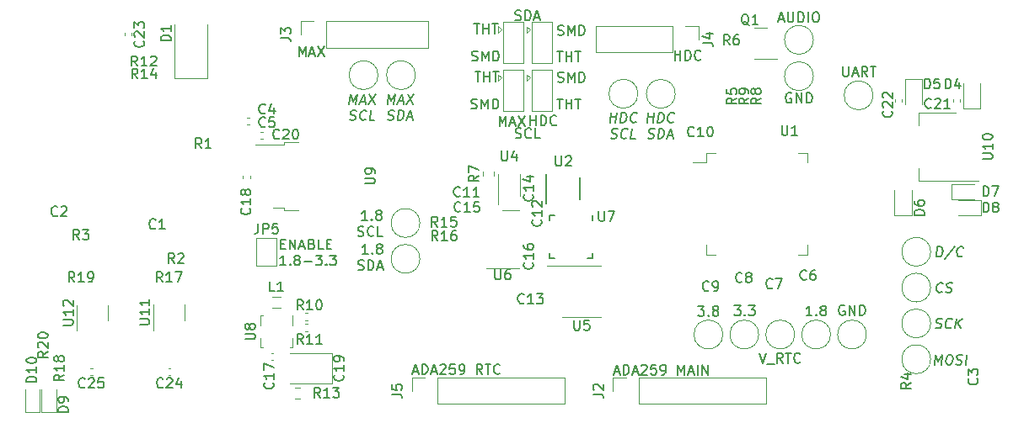
<source format=gbr>
%TF.GenerationSoftware,KiCad,Pcbnew,(6.0.4)*%
%TF.CreationDate,2022-10-13T17:41:33-04:00*%
%TF.ProjectId,ece49022_team44_pcb,65636534-3930-4323-925f-7465616d3434,rev?*%
%TF.SameCoordinates,Original*%
%TF.FileFunction,Legend,Top*%
%TF.FilePolarity,Positive*%
%FSLAX46Y46*%
G04 Gerber Fmt 4.6, Leading zero omitted, Abs format (unit mm)*
G04 Created by KiCad (PCBNEW (6.0.4)) date 2022-10-13 17:41:33*
%MOMM*%
%LPD*%
G01*
G04 APERTURE LIST*
%ADD10C,0.150000*%
%ADD11C,0.120000*%
G04 APERTURE END LIST*
D10*
X91379695Y-23695800D02*
X91284457Y-23648180D01*
X91141600Y-23648180D01*
X90998742Y-23695800D01*
X90903504Y-23791038D01*
X90855885Y-23886276D01*
X90808266Y-24076752D01*
X90808266Y-24219609D01*
X90855885Y-24410085D01*
X90903504Y-24505323D01*
X90998742Y-24600561D01*
X91141600Y-24648180D01*
X91236838Y-24648180D01*
X91379695Y-24600561D01*
X91427314Y-24552942D01*
X91427314Y-24219609D01*
X91236838Y-24219609D01*
X91855885Y-24648180D02*
X91855885Y-23648180D01*
X92427314Y-24648180D01*
X92427314Y-23648180D01*
X92903504Y-24648180D02*
X92903504Y-23648180D01*
X93141600Y-23648180D01*
X93284457Y-23695800D01*
X93379695Y-23791038D01*
X93427314Y-23886276D01*
X93474933Y-24076752D01*
X93474933Y-24219609D01*
X93427314Y-24410085D01*
X93379695Y-24505323D01*
X93284457Y-24600561D01*
X93141600Y-24648180D01*
X92903504Y-24648180D01*
X85658380Y-45052380D02*
X86277428Y-45052380D01*
X85944095Y-45433333D01*
X86086952Y-45433333D01*
X86182190Y-45480952D01*
X86229809Y-45528571D01*
X86277428Y-45623809D01*
X86277428Y-45861904D01*
X86229809Y-45957142D01*
X86182190Y-46004761D01*
X86086952Y-46052380D01*
X85801238Y-46052380D01*
X85706000Y-46004761D01*
X85658380Y-45957142D01*
X86706000Y-45957142D02*
X86753619Y-46004761D01*
X86706000Y-46052380D01*
X86658380Y-46004761D01*
X86706000Y-45957142D01*
X86706000Y-46052380D01*
X87086952Y-45052380D02*
X87706000Y-45052380D01*
X87372666Y-45433333D01*
X87515523Y-45433333D01*
X87610761Y-45480952D01*
X87658380Y-45528571D01*
X87706000Y-45623809D01*
X87706000Y-45861904D01*
X87658380Y-45957142D01*
X87610761Y-46004761D01*
X87515523Y-46052380D01*
X87229809Y-46052380D01*
X87134571Y-46004761D01*
X87086952Y-45957142D01*
X59288457Y-20384161D02*
X59431314Y-20431780D01*
X59669409Y-20431780D01*
X59764647Y-20384161D01*
X59812266Y-20336542D01*
X59859885Y-20241304D01*
X59859885Y-20146066D01*
X59812266Y-20050828D01*
X59764647Y-20003209D01*
X59669409Y-19955590D01*
X59478933Y-19907971D01*
X59383695Y-19860352D01*
X59336076Y-19812733D01*
X59288457Y-19717495D01*
X59288457Y-19622257D01*
X59336076Y-19527019D01*
X59383695Y-19479400D01*
X59478933Y-19431780D01*
X59717028Y-19431780D01*
X59859885Y-19479400D01*
X60288457Y-20431780D02*
X60288457Y-19431780D01*
X60621790Y-20146066D01*
X60955123Y-19431780D01*
X60955123Y-20431780D01*
X61431314Y-20431780D02*
X61431314Y-19431780D01*
X61669409Y-19431780D01*
X61812266Y-19479400D01*
X61907504Y-19574638D01*
X61955123Y-19669876D01*
X62002742Y-19860352D01*
X62002742Y-20003209D01*
X61955123Y-20193685D01*
X61907504Y-20288923D01*
X61812266Y-20384161D01*
X61669409Y-20431780D01*
X61431314Y-20431780D01*
X105950413Y-40142180D02*
X106075413Y-39142180D01*
X106313508Y-39142180D01*
X106450413Y-39189800D01*
X106533746Y-39285038D01*
X106569460Y-39380276D01*
X106593270Y-39570752D01*
X106575413Y-39713609D01*
X106503984Y-39904085D01*
X106444460Y-39999323D01*
X106337317Y-40094561D01*
X106188508Y-40142180D01*
X105950413Y-40142180D01*
X107795651Y-39094561D02*
X106777794Y-40380276D01*
X108581365Y-40046942D02*
X108527794Y-40094561D01*
X108378984Y-40142180D01*
X108283746Y-40142180D01*
X108146841Y-40094561D01*
X108063508Y-39999323D01*
X108027794Y-39904085D01*
X108003984Y-39713609D01*
X108021841Y-39570752D01*
X108093270Y-39380276D01*
X108152794Y-39285038D01*
X108259936Y-39189800D01*
X108408746Y-39142180D01*
X108503984Y-39142180D01*
X108640889Y-39189800D01*
X108682555Y-39237419D01*
X48793452Y-36477380D02*
X48222023Y-36477380D01*
X48507738Y-36477380D02*
X48507738Y-35477380D01*
X48412500Y-35620238D01*
X48317261Y-35715476D01*
X48222023Y-35763095D01*
X49222023Y-36382142D02*
X49269642Y-36429761D01*
X49222023Y-36477380D01*
X49174404Y-36429761D01*
X49222023Y-36382142D01*
X49222023Y-36477380D01*
X49841071Y-35905952D02*
X49745833Y-35858333D01*
X49698214Y-35810714D01*
X49650595Y-35715476D01*
X49650595Y-35667857D01*
X49698214Y-35572619D01*
X49745833Y-35525000D01*
X49841071Y-35477380D01*
X50031547Y-35477380D01*
X50126785Y-35525000D01*
X50174404Y-35572619D01*
X50222023Y-35667857D01*
X50222023Y-35715476D01*
X50174404Y-35810714D01*
X50126785Y-35858333D01*
X50031547Y-35905952D01*
X49841071Y-35905952D01*
X49745833Y-35953571D01*
X49698214Y-36001190D01*
X49650595Y-36096428D01*
X49650595Y-36286904D01*
X49698214Y-36382142D01*
X49745833Y-36429761D01*
X49841071Y-36477380D01*
X50031547Y-36477380D01*
X50126785Y-36429761D01*
X50174404Y-36382142D01*
X50222023Y-36286904D01*
X50222023Y-36096428D01*
X50174404Y-36001190D01*
X50126785Y-35953571D01*
X50031547Y-35905952D01*
X47841071Y-38039761D02*
X47983928Y-38087380D01*
X48222023Y-38087380D01*
X48317261Y-38039761D01*
X48364880Y-37992142D01*
X48412500Y-37896904D01*
X48412500Y-37801666D01*
X48364880Y-37706428D01*
X48317261Y-37658809D01*
X48222023Y-37611190D01*
X48031547Y-37563571D01*
X47936309Y-37515952D01*
X47888690Y-37468333D01*
X47841071Y-37373095D01*
X47841071Y-37277857D01*
X47888690Y-37182619D01*
X47936309Y-37135000D01*
X48031547Y-37087380D01*
X48269642Y-37087380D01*
X48412500Y-37135000D01*
X49412500Y-37992142D02*
X49364880Y-38039761D01*
X49222023Y-38087380D01*
X49126785Y-38087380D01*
X48983928Y-38039761D01*
X48888690Y-37944523D01*
X48841071Y-37849285D01*
X48793452Y-37658809D01*
X48793452Y-37515952D01*
X48841071Y-37325476D01*
X48888690Y-37230238D01*
X48983928Y-37135000D01*
X49126785Y-37087380D01*
X49222023Y-37087380D01*
X49364880Y-37135000D01*
X49412500Y-37182619D01*
X50317261Y-38087380D02*
X49841071Y-38087380D01*
X49841071Y-37087380D01*
X59505923Y-16688580D02*
X60077352Y-16688580D01*
X59791638Y-17688580D02*
X59791638Y-16688580D01*
X60410685Y-17688580D02*
X60410685Y-16688580D01*
X60410685Y-17164771D02*
X60982114Y-17164771D01*
X60982114Y-17688580D02*
X60982114Y-16688580D01*
X61315447Y-16688580D02*
X61886876Y-16688580D01*
X61601161Y-17688580D02*
X61601161Y-16688580D01*
X50797232Y-24777380D02*
X50922232Y-23777380D01*
X51166279Y-24491666D01*
X51588898Y-23777380D01*
X51463898Y-24777380D01*
X51928184Y-24491666D02*
X52404375Y-24491666D01*
X51797232Y-24777380D02*
X52255565Y-23777380D01*
X52463898Y-24777380D01*
X52826994Y-23777380D02*
X53368660Y-24777380D01*
X53493660Y-23777380D02*
X52701994Y-24777380D01*
X50826994Y-26339761D02*
X50963898Y-26387380D01*
X51201994Y-26387380D01*
X51303184Y-26339761D01*
X51356755Y-26292142D01*
X51416279Y-26196904D01*
X51428184Y-26101666D01*
X51392470Y-26006428D01*
X51350803Y-25958809D01*
X51261517Y-25911190D01*
X51076994Y-25863571D01*
X50987708Y-25815952D01*
X50946041Y-25768333D01*
X50910327Y-25673095D01*
X50922232Y-25577857D01*
X50981755Y-25482619D01*
X51035327Y-25435000D01*
X51136517Y-25387380D01*
X51374613Y-25387380D01*
X51511517Y-25435000D01*
X51821041Y-26387380D02*
X51946041Y-25387380D01*
X52184136Y-25387380D01*
X52321041Y-25435000D01*
X52404375Y-25530238D01*
X52440089Y-25625476D01*
X52463898Y-25815952D01*
X52446041Y-25958809D01*
X52374613Y-26149285D01*
X52315089Y-26244523D01*
X52207946Y-26339761D01*
X52059136Y-26387380D01*
X51821041Y-26387380D01*
X52809136Y-26101666D02*
X53285327Y-26101666D01*
X52678184Y-26387380D02*
X53136517Y-25387380D01*
X53344851Y-26387380D01*
X59607523Y-21514580D02*
X60178952Y-21514580D01*
X59893238Y-22514580D02*
X59893238Y-21514580D01*
X60512285Y-22514580D02*
X60512285Y-21514580D01*
X60512285Y-21990771D02*
X61083714Y-21990771D01*
X61083714Y-22514580D02*
X61083714Y-21514580D01*
X61417047Y-21514580D02*
X61988476Y-21514580D01*
X61702761Y-22514580D02*
X61702761Y-21514580D01*
X73591904Y-51736666D02*
X74068095Y-51736666D01*
X73496666Y-52022380D02*
X73830000Y-51022380D01*
X74163333Y-52022380D01*
X74496666Y-52022380D02*
X74496666Y-51022380D01*
X74734761Y-51022380D01*
X74877619Y-51070000D01*
X74972857Y-51165238D01*
X75020476Y-51260476D01*
X75068095Y-51450952D01*
X75068095Y-51593809D01*
X75020476Y-51784285D01*
X74972857Y-51879523D01*
X74877619Y-51974761D01*
X74734761Y-52022380D01*
X74496666Y-52022380D01*
X75449047Y-51736666D02*
X75925238Y-51736666D01*
X75353809Y-52022380D02*
X75687142Y-51022380D01*
X76020476Y-52022380D01*
X76306190Y-51117619D02*
X76353809Y-51070000D01*
X76449047Y-51022380D01*
X76687142Y-51022380D01*
X76782380Y-51070000D01*
X76830000Y-51117619D01*
X76877619Y-51212857D01*
X76877619Y-51308095D01*
X76830000Y-51450952D01*
X76258571Y-52022380D01*
X76877619Y-52022380D01*
X77782380Y-51022380D02*
X77306190Y-51022380D01*
X77258571Y-51498571D01*
X77306190Y-51450952D01*
X77401428Y-51403333D01*
X77639523Y-51403333D01*
X77734761Y-51450952D01*
X77782380Y-51498571D01*
X77830000Y-51593809D01*
X77830000Y-51831904D01*
X77782380Y-51927142D01*
X77734761Y-51974761D01*
X77639523Y-52022380D01*
X77401428Y-52022380D01*
X77306190Y-51974761D01*
X77258571Y-51927142D01*
X78306190Y-52022380D02*
X78496666Y-52022380D01*
X78591904Y-51974761D01*
X78639523Y-51927142D01*
X78734761Y-51784285D01*
X78782380Y-51593809D01*
X78782380Y-51212857D01*
X78734761Y-51117619D01*
X78687142Y-51070000D01*
X78591904Y-51022380D01*
X78401428Y-51022380D01*
X78306190Y-51070000D01*
X78258571Y-51117619D01*
X78210952Y-51212857D01*
X78210952Y-51450952D01*
X78258571Y-51546190D01*
X78306190Y-51593809D01*
X78401428Y-51641428D01*
X78591904Y-51641428D01*
X78687142Y-51593809D01*
X78734761Y-51546190D01*
X78782380Y-51450952D01*
X79972857Y-52022380D02*
X79972857Y-51022380D01*
X80306190Y-51736666D01*
X80639523Y-51022380D01*
X80639523Y-52022380D01*
X81068095Y-51736666D02*
X81544285Y-51736666D01*
X80972857Y-52022380D02*
X81306190Y-51022380D01*
X81639523Y-52022380D01*
X81972857Y-52022380D02*
X81972857Y-51022380D01*
X82449047Y-52022380D02*
X82449047Y-51022380D01*
X83020476Y-52022380D01*
X83020476Y-51022380D01*
X96718095Y-45060000D02*
X96622857Y-45012380D01*
X96480000Y-45012380D01*
X96337142Y-45060000D01*
X96241904Y-45155238D01*
X96194285Y-45250476D01*
X96146666Y-45440952D01*
X96146666Y-45583809D01*
X96194285Y-45774285D01*
X96241904Y-45869523D01*
X96337142Y-45964761D01*
X96480000Y-46012380D01*
X96575238Y-46012380D01*
X96718095Y-45964761D01*
X96765714Y-45917142D01*
X96765714Y-45583809D01*
X96575238Y-45583809D01*
X97194285Y-46012380D02*
X97194285Y-45012380D01*
X97765714Y-46012380D01*
X97765714Y-45012380D01*
X98241904Y-46012380D02*
X98241904Y-45012380D01*
X98480000Y-45012380D01*
X98622857Y-45060000D01*
X98718095Y-45155238D01*
X98765714Y-45250476D01*
X98813333Y-45440952D01*
X98813333Y-45583809D01*
X98765714Y-45774285D01*
X98718095Y-45869523D01*
X98622857Y-45964761D01*
X98480000Y-46012380D01*
X98241904Y-46012380D01*
X63645714Y-16284761D02*
X63788571Y-16332380D01*
X64026666Y-16332380D01*
X64121904Y-16284761D01*
X64169523Y-16237142D01*
X64217142Y-16141904D01*
X64217142Y-16046666D01*
X64169523Y-15951428D01*
X64121904Y-15903809D01*
X64026666Y-15856190D01*
X63836190Y-15808571D01*
X63740952Y-15760952D01*
X63693333Y-15713333D01*
X63645714Y-15618095D01*
X63645714Y-15522857D01*
X63693333Y-15427619D01*
X63740952Y-15380000D01*
X63836190Y-15332380D01*
X64074285Y-15332380D01*
X64217142Y-15380000D01*
X64645714Y-16332380D02*
X64645714Y-15332380D01*
X64883809Y-15332380D01*
X65026666Y-15380000D01*
X65121904Y-15475238D01*
X65169523Y-15570476D01*
X65217142Y-15760952D01*
X65217142Y-15903809D01*
X65169523Y-16094285D01*
X65121904Y-16189523D01*
X65026666Y-16284761D01*
X64883809Y-16332380D01*
X64645714Y-16332380D01*
X65598095Y-16046666D02*
X66074285Y-16046666D01*
X65502857Y-16332380D02*
X65836190Y-15332380D01*
X66169523Y-16332380D01*
X67924457Y-17793361D02*
X68067314Y-17840980D01*
X68305409Y-17840980D01*
X68400647Y-17793361D01*
X68448266Y-17745742D01*
X68495885Y-17650504D01*
X68495885Y-17555266D01*
X68448266Y-17460028D01*
X68400647Y-17412409D01*
X68305409Y-17364790D01*
X68114933Y-17317171D01*
X68019695Y-17269552D01*
X67972076Y-17221933D01*
X67924457Y-17126695D01*
X67924457Y-17031457D01*
X67972076Y-16936219D01*
X68019695Y-16888600D01*
X68114933Y-16840980D01*
X68353028Y-16840980D01*
X68495885Y-16888600D01*
X68924457Y-17840980D02*
X68924457Y-16840980D01*
X69257790Y-17555266D01*
X69591123Y-16840980D01*
X69591123Y-17840980D01*
X70067314Y-17840980D02*
X70067314Y-16840980D01*
X70305409Y-16840980D01*
X70448266Y-16888600D01*
X70543504Y-16983838D01*
X70591123Y-17079076D01*
X70638742Y-17269552D01*
X70638742Y-17412409D01*
X70591123Y-17602885D01*
X70543504Y-17698123D01*
X70448266Y-17793361D01*
X70305409Y-17840980D01*
X70067314Y-17840980D01*
X67837123Y-24257780D02*
X68408552Y-24257780D01*
X68122838Y-25257780D02*
X68122838Y-24257780D01*
X68741885Y-25257780D02*
X68741885Y-24257780D01*
X68741885Y-24733971D02*
X69313314Y-24733971D01*
X69313314Y-25257780D02*
X69313314Y-24257780D01*
X69646647Y-24257780D02*
X70218076Y-24257780D01*
X69932361Y-25257780D02*
X69932361Y-24257780D01*
X67924457Y-22517761D02*
X68067314Y-22565380D01*
X68305409Y-22565380D01*
X68400647Y-22517761D01*
X68448266Y-22470142D01*
X68495885Y-22374904D01*
X68495885Y-22279666D01*
X68448266Y-22184428D01*
X68400647Y-22136809D01*
X68305409Y-22089190D01*
X68114933Y-22041571D01*
X68019695Y-21993952D01*
X67972076Y-21946333D01*
X67924457Y-21851095D01*
X67924457Y-21755857D01*
X67972076Y-21660619D01*
X68019695Y-21613000D01*
X68114933Y-21565380D01*
X68353028Y-21565380D01*
X68495885Y-21613000D01*
X68924457Y-22565380D02*
X68924457Y-21565380D01*
X69257790Y-22279666D01*
X69591123Y-21565380D01*
X69591123Y-22565380D01*
X70067314Y-22565380D02*
X70067314Y-21565380D01*
X70305409Y-21565380D01*
X70448266Y-21613000D01*
X70543504Y-21708238D01*
X70591123Y-21803476D01*
X70638742Y-21993952D01*
X70638742Y-22136809D01*
X70591123Y-22327285D01*
X70543504Y-22422523D01*
X70448266Y-22517761D01*
X70305409Y-22565380D01*
X70067314Y-22565380D01*
X73149613Y-26627380D02*
X73274613Y-25627380D01*
X73215089Y-26103571D02*
X73786517Y-26103571D01*
X73721041Y-26627380D02*
X73846041Y-25627380D01*
X74197232Y-26627380D02*
X74322232Y-25627380D01*
X74560327Y-25627380D01*
X74697232Y-25675000D01*
X74780565Y-25770238D01*
X74816279Y-25865476D01*
X74840089Y-26055952D01*
X74822232Y-26198809D01*
X74750803Y-26389285D01*
X74691279Y-26484523D01*
X74584136Y-26579761D01*
X74435327Y-26627380D01*
X74197232Y-26627380D01*
X75780565Y-26532142D02*
X75726994Y-26579761D01*
X75578184Y-26627380D01*
X75482946Y-26627380D01*
X75346041Y-26579761D01*
X75262708Y-26484523D01*
X75226994Y-26389285D01*
X75203184Y-26198809D01*
X75221041Y-26055952D01*
X75292470Y-25865476D01*
X75351994Y-25770238D01*
X75459136Y-25675000D01*
X75607946Y-25627380D01*
X75703184Y-25627380D01*
X75840089Y-25675000D01*
X75881755Y-25722619D01*
X73250803Y-28189761D02*
X73387708Y-28237380D01*
X73625803Y-28237380D01*
X73726994Y-28189761D01*
X73780565Y-28142142D01*
X73840089Y-28046904D01*
X73851994Y-27951666D01*
X73816279Y-27856428D01*
X73774613Y-27808809D01*
X73685327Y-27761190D01*
X73500803Y-27713571D01*
X73411517Y-27665952D01*
X73369851Y-27618333D01*
X73334136Y-27523095D01*
X73346041Y-27427857D01*
X73405565Y-27332619D01*
X73459136Y-27285000D01*
X73560327Y-27237380D01*
X73798422Y-27237380D01*
X73935327Y-27285000D01*
X74828184Y-28142142D02*
X74774613Y-28189761D01*
X74625803Y-28237380D01*
X74530565Y-28237380D01*
X74393660Y-28189761D01*
X74310327Y-28094523D01*
X74274613Y-27999285D01*
X74250803Y-27808809D01*
X74268660Y-27665952D01*
X74340089Y-27475476D01*
X74399613Y-27380238D01*
X74506755Y-27285000D01*
X74655565Y-27237380D01*
X74750803Y-27237380D01*
X74887708Y-27285000D01*
X74929375Y-27332619D01*
X75721041Y-28237380D02*
X75244851Y-28237380D01*
X75369851Y-27237380D01*
X82002380Y-45102380D02*
X82621428Y-45102380D01*
X82288095Y-45483333D01*
X82430952Y-45483333D01*
X82526190Y-45530952D01*
X82573809Y-45578571D01*
X82621428Y-45673809D01*
X82621428Y-45911904D01*
X82573809Y-46007142D01*
X82526190Y-46054761D01*
X82430952Y-46102380D01*
X82145238Y-46102380D01*
X82050000Y-46054761D01*
X82002380Y-46007142D01*
X83050000Y-46007142D02*
X83097619Y-46054761D01*
X83050000Y-46102380D01*
X83002380Y-46054761D01*
X83050000Y-46007142D01*
X83050000Y-46102380D01*
X83669047Y-45530952D02*
X83573809Y-45483333D01*
X83526190Y-45435714D01*
X83478571Y-45340476D01*
X83478571Y-45292857D01*
X83526190Y-45197619D01*
X83573809Y-45150000D01*
X83669047Y-45102380D01*
X83859523Y-45102380D01*
X83954761Y-45150000D01*
X84002380Y-45197619D01*
X84050000Y-45292857D01*
X84050000Y-45340476D01*
X84002380Y-45435714D01*
X83954761Y-45483333D01*
X83859523Y-45530952D01*
X83669047Y-45530952D01*
X83573809Y-45578571D01*
X83526190Y-45626190D01*
X83478571Y-45721428D01*
X83478571Y-45911904D01*
X83526190Y-46007142D01*
X83573809Y-46054761D01*
X83669047Y-46102380D01*
X83859523Y-46102380D01*
X83954761Y-46054761D01*
X84002380Y-46007142D01*
X84050000Y-45911904D01*
X84050000Y-45721428D01*
X84002380Y-45626190D01*
X83954761Y-45578571D01*
X83859523Y-45530952D01*
X40075595Y-38863571D02*
X40408928Y-38863571D01*
X40551785Y-39387380D02*
X40075595Y-39387380D01*
X40075595Y-38387380D01*
X40551785Y-38387380D01*
X40980357Y-39387380D02*
X40980357Y-38387380D01*
X41551785Y-39387380D01*
X41551785Y-38387380D01*
X41980357Y-39101666D02*
X42456547Y-39101666D01*
X41885119Y-39387380D02*
X42218452Y-38387380D01*
X42551785Y-39387380D01*
X43218452Y-38863571D02*
X43361309Y-38911190D01*
X43408928Y-38958809D01*
X43456547Y-39054047D01*
X43456547Y-39196904D01*
X43408928Y-39292142D01*
X43361309Y-39339761D01*
X43266071Y-39387380D01*
X42885119Y-39387380D01*
X42885119Y-38387380D01*
X43218452Y-38387380D01*
X43313690Y-38435000D01*
X43361309Y-38482619D01*
X43408928Y-38577857D01*
X43408928Y-38673095D01*
X43361309Y-38768333D01*
X43313690Y-38815952D01*
X43218452Y-38863571D01*
X42885119Y-38863571D01*
X44361309Y-39387380D02*
X43885119Y-39387380D01*
X43885119Y-38387380D01*
X44694642Y-38863571D02*
X45027976Y-38863571D01*
X45170833Y-39387380D02*
X44694642Y-39387380D01*
X44694642Y-38387380D01*
X45170833Y-38387380D01*
X40599404Y-40997380D02*
X40027976Y-40997380D01*
X40313690Y-40997380D02*
X40313690Y-39997380D01*
X40218452Y-40140238D01*
X40123214Y-40235476D01*
X40027976Y-40283095D01*
X41027976Y-40902142D02*
X41075595Y-40949761D01*
X41027976Y-40997380D01*
X40980357Y-40949761D01*
X41027976Y-40902142D01*
X41027976Y-40997380D01*
X41647023Y-40425952D02*
X41551785Y-40378333D01*
X41504166Y-40330714D01*
X41456547Y-40235476D01*
X41456547Y-40187857D01*
X41504166Y-40092619D01*
X41551785Y-40045000D01*
X41647023Y-39997380D01*
X41837500Y-39997380D01*
X41932738Y-40045000D01*
X41980357Y-40092619D01*
X42027976Y-40187857D01*
X42027976Y-40235476D01*
X41980357Y-40330714D01*
X41932738Y-40378333D01*
X41837500Y-40425952D01*
X41647023Y-40425952D01*
X41551785Y-40473571D01*
X41504166Y-40521190D01*
X41456547Y-40616428D01*
X41456547Y-40806904D01*
X41504166Y-40902142D01*
X41551785Y-40949761D01*
X41647023Y-40997380D01*
X41837500Y-40997380D01*
X41932738Y-40949761D01*
X41980357Y-40902142D01*
X42027976Y-40806904D01*
X42027976Y-40616428D01*
X41980357Y-40521190D01*
X41932738Y-40473571D01*
X41837500Y-40425952D01*
X42456547Y-40616428D02*
X43218452Y-40616428D01*
X43599404Y-39997380D02*
X44218452Y-39997380D01*
X43885119Y-40378333D01*
X44027976Y-40378333D01*
X44123214Y-40425952D01*
X44170833Y-40473571D01*
X44218452Y-40568809D01*
X44218452Y-40806904D01*
X44170833Y-40902142D01*
X44123214Y-40949761D01*
X44027976Y-40997380D01*
X43742261Y-40997380D01*
X43647023Y-40949761D01*
X43599404Y-40902142D01*
X44647023Y-40902142D02*
X44694642Y-40949761D01*
X44647023Y-40997380D01*
X44599404Y-40949761D01*
X44647023Y-40902142D01*
X44647023Y-40997380D01*
X45027976Y-39997380D02*
X45647023Y-39997380D01*
X45313690Y-40378333D01*
X45456547Y-40378333D01*
X45551785Y-40425952D01*
X45599404Y-40473571D01*
X45647023Y-40568809D01*
X45647023Y-40806904D01*
X45599404Y-40902142D01*
X45551785Y-40949761D01*
X45456547Y-40997380D01*
X45170833Y-40997380D01*
X45075595Y-40949761D01*
X45027976Y-40902142D01*
X96554761Y-20982380D02*
X96554761Y-21791904D01*
X96602380Y-21887142D01*
X96650000Y-21934761D01*
X96745238Y-21982380D01*
X96935714Y-21982380D01*
X97030952Y-21934761D01*
X97078571Y-21887142D01*
X97126190Y-21791904D01*
X97126190Y-20982380D01*
X97554761Y-21696666D02*
X98030952Y-21696666D01*
X97459523Y-21982380D02*
X97792857Y-20982380D01*
X98126190Y-21982380D01*
X99030952Y-21982380D02*
X98697619Y-21506190D01*
X98459523Y-21982380D02*
X98459523Y-20982380D01*
X98840476Y-20982380D01*
X98935714Y-21030000D01*
X98983333Y-21077619D01*
X99030952Y-21172857D01*
X99030952Y-21315714D01*
X98983333Y-21410952D01*
X98935714Y-21458571D01*
X98840476Y-21506190D01*
X98459523Y-21506190D01*
X99316666Y-20982380D02*
X99888095Y-20982380D01*
X99602380Y-21982380D02*
X99602380Y-20982380D01*
X65154285Y-26922380D02*
X65154285Y-25922380D01*
X65154285Y-26398571D02*
X65725714Y-26398571D01*
X65725714Y-26922380D02*
X65725714Y-25922380D01*
X66201904Y-26922380D02*
X66201904Y-25922380D01*
X66440000Y-25922380D01*
X66582857Y-25970000D01*
X66678095Y-26065238D01*
X66725714Y-26160476D01*
X66773333Y-26350952D01*
X66773333Y-26493809D01*
X66725714Y-26684285D01*
X66678095Y-26779523D01*
X66582857Y-26874761D01*
X66440000Y-26922380D01*
X66201904Y-26922380D01*
X67773333Y-26827142D02*
X67725714Y-26874761D01*
X67582857Y-26922380D01*
X67487619Y-26922380D01*
X67344761Y-26874761D01*
X67249523Y-26779523D01*
X67201904Y-26684285D01*
X67154285Y-26493809D01*
X67154285Y-26350952D01*
X67201904Y-26160476D01*
X67249523Y-26065238D01*
X67344761Y-25970000D01*
X67487619Y-25922380D01*
X67582857Y-25922380D01*
X67725714Y-25970000D01*
X67773333Y-26017619D01*
X105854765Y-47308161D02*
X105991670Y-47355780D01*
X106229765Y-47355780D01*
X106330955Y-47308161D01*
X106384527Y-47260542D01*
X106444051Y-47165304D01*
X106455955Y-47070066D01*
X106420241Y-46974828D01*
X106378575Y-46927209D01*
X106289289Y-46879590D01*
X106104765Y-46831971D01*
X106015479Y-46784352D01*
X105973813Y-46736733D01*
X105938098Y-46641495D01*
X105950003Y-46546257D01*
X106009527Y-46451019D01*
X106063098Y-46403400D01*
X106164289Y-46355780D01*
X106402384Y-46355780D01*
X106539289Y-46403400D01*
X107432146Y-47260542D02*
X107378575Y-47308161D01*
X107229765Y-47355780D01*
X107134527Y-47355780D01*
X106997622Y-47308161D01*
X106914289Y-47212923D01*
X106878575Y-47117685D01*
X106854765Y-46927209D01*
X106872622Y-46784352D01*
X106944051Y-46593876D01*
X107003575Y-46498638D01*
X107110717Y-46403400D01*
X107259527Y-46355780D01*
X107354765Y-46355780D01*
X107491670Y-46403400D01*
X107533336Y-46451019D01*
X107848813Y-47355780D02*
X107973813Y-46355780D01*
X108420241Y-47355780D02*
X108063098Y-46784352D01*
X108545241Y-46355780D02*
X107902384Y-46927209D01*
X53382857Y-51686666D02*
X53859047Y-51686666D01*
X53287619Y-51972380D02*
X53620952Y-50972380D01*
X53954285Y-51972380D01*
X54287619Y-51972380D02*
X54287619Y-50972380D01*
X54525714Y-50972380D01*
X54668571Y-51020000D01*
X54763809Y-51115238D01*
X54811428Y-51210476D01*
X54859047Y-51400952D01*
X54859047Y-51543809D01*
X54811428Y-51734285D01*
X54763809Y-51829523D01*
X54668571Y-51924761D01*
X54525714Y-51972380D01*
X54287619Y-51972380D01*
X55240000Y-51686666D02*
X55716190Y-51686666D01*
X55144761Y-51972380D02*
X55478095Y-50972380D01*
X55811428Y-51972380D01*
X56097142Y-51067619D02*
X56144761Y-51020000D01*
X56240000Y-50972380D01*
X56478095Y-50972380D01*
X56573333Y-51020000D01*
X56620952Y-51067619D01*
X56668571Y-51162857D01*
X56668571Y-51258095D01*
X56620952Y-51400952D01*
X56049523Y-51972380D01*
X56668571Y-51972380D01*
X57573333Y-50972380D02*
X57097142Y-50972380D01*
X57049523Y-51448571D01*
X57097142Y-51400952D01*
X57192380Y-51353333D01*
X57430476Y-51353333D01*
X57525714Y-51400952D01*
X57573333Y-51448571D01*
X57620952Y-51543809D01*
X57620952Y-51781904D01*
X57573333Y-51877142D01*
X57525714Y-51924761D01*
X57430476Y-51972380D01*
X57192380Y-51972380D01*
X57097142Y-51924761D01*
X57049523Y-51877142D01*
X58097142Y-51972380D02*
X58287619Y-51972380D01*
X58382857Y-51924761D01*
X58430476Y-51877142D01*
X58525714Y-51734285D01*
X58573333Y-51543809D01*
X58573333Y-51162857D01*
X58525714Y-51067619D01*
X58478095Y-51020000D01*
X58382857Y-50972380D01*
X58192380Y-50972380D01*
X58097142Y-51020000D01*
X58049523Y-51067619D01*
X58001904Y-51162857D01*
X58001904Y-51400952D01*
X58049523Y-51496190D01*
X58097142Y-51543809D01*
X58192380Y-51591428D01*
X58382857Y-51591428D01*
X58478095Y-51543809D01*
X58525714Y-51496190D01*
X58573333Y-51400952D01*
X60335238Y-51972380D02*
X60001904Y-51496190D01*
X59763809Y-51972380D02*
X59763809Y-50972380D01*
X60144761Y-50972380D01*
X60240000Y-51020000D01*
X60287619Y-51067619D01*
X60335238Y-51162857D01*
X60335238Y-51305714D01*
X60287619Y-51400952D01*
X60240000Y-51448571D01*
X60144761Y-51496190D01*
X59763809Y-51496190D01*
X60620952Y-50972380D02*
X61192380Y-50972380D01*
X60906666Y-51972380D02*
X60906666Y-50972380D01*
X62097142Y-51877142D02*
X62049523Y-51924761D01*
X61906666Y-51972380D01*
X61811428Y-51972380D01*
X61668571Y-51924761D01*
X61573333Y-51829523D01*
X61525714Y-51734285D01*
X61478095Y-51543809D01*
X61478095Y-51400952D01*
X61525714Y-51210476D01*
X61573333Y-51115238D01*
X61668571Y-51020000D01*
X61811428Y-50972380D01*
X61906666Y-50972380D01*
X62049523Y-51020000D01*
X62097142Y-51067619D01*
X62051904Y-26962380D02*
X62051904Y-25962380D01*
X62385238Y-26676666D01*
X62718571Y-25962380D01*
X62718571Y-26962380D01*
X63147142Y-26676666D02*
X63623333Y-26676666D01*
X63051904Y-26962380D02*
X63385238Y-25962380D01*
X63718571Y-26962380D01*
X63956666Y-25962380D02*
X64623333Y-26962380D01*
X64623333Y-25962380D02*
X63956666Y-26962380D01*
X90117790Y-16234466D02*
X90593980Y-16234466D01*
X90022552Y-16520180D02*
X90355885Y-15520180D01*
X90689219Y-16520180D01*
X91022552Y-15520180D02*
X91022552Y-16329704D01*
X91070171Y-16424942D01*
X91117790Y-16472561D01*
X91213028Y-16520180D01*
X91403504Y-16520180D01*
X91498742Y-16472561D01*
X91546361Y-16424942D01*
X91593980Y-16329704D01*
X91593980Y-15520180D01*
X92070171Y-16520180D02*
X92070171Y-15520180D01*
X92308266Y-15520180D01*
X92451123Y-15567800D01*
X92546361Y-15663038D01*
X92593980Y-15758276D01*
X92641600Y-15948752D01*
X92641600Y-16091609D01*
X92593980Y-16282085D01*
X92546361Y-16377323D01*
X92451123Y-16472561D01*
X92308266Y-16520180D01*
X92070171Y-16520180D01*
X93070171Y-16520180D02*
X93070171Y-15520180D01*
X93736838Y-15520180D02*
X93927314Y-15520180D01*
X94022552Y-15567800D01*
X94117790Y-15663038D01*
X94165409Y-15853514D01*
X94165409Y-16186847D01*
X94117790Y-16377323D01*
X94022552Y-16472561D01*
X93927314Y-16520180D01*
X93736838Y-16520180D01*
X93641600Y-16472561D01*
X93546361Y-16377323D01*
X93498742Y-16186847D01*
X93498742Y-15853514D01*
X93546361Y-15663038D01*
X93641600Y-15567800D01*
X93736838Y-15520180D01*
X88174761Y-49832380D02*
X88508095Y-50832380D01*
X88841428Y-49832380D01*
X88936666Y-50927619D02*
X89698571Y-50927619D01*
X90508095Y-50832380D02*
X90174761Y-50356190D01*
X89936666Y-50832380D02*
X89936666Y-49832380D01*
X90317619Y-49832380D01*
X90412857Y-49880000D01*
X90460476Y-49927619D01*
X90508095Y-50022857D01*
X90508095Y-50165714D01*
X90460476Y-50260952D01*
X90412857Y-50308571D01*
X90317619Y-50356190D01*
X89936666Y-50356190D01*
X90793809Y-49832380D02*
X91365238Y-49832380D01*
X91079523Y-50832380D02*
X91079523Y-49832380D01*
X92270000Y-50737142D02*
X92222380Y-50784761D01*
X92079523Y-50832380D01*
X91984285Y-50832380D01*
X91841428Y-50784761D01*
X91746190Y-50689523D01*
X91698571Y-50594285D01*
X91650952Y-50403809D01*
X91650952Y-50260952D01*
X91698571Y-50070476D01*
X91746190Y-49975238D01*
X91841428Y-49880000D01*
X91984285Y-49832380D01*
X92079523Y-49832380D01*
X92222380Y-49880000D01*
X92270000Y-49927619D01*
X46967232Y-24787380D02*
X47092232Y-23787380D01*
X47336279Y-24501666D01*
X47758898Y-23787380D01*
X47633898Y-24787380D01*
X48098184Y-24501666D02*
X48574375Y-24501666D01*
X47967232Y-24787380D02*
X48425565Y-23787380D01*
X48633898Y-24787380D01*
X48996994Y-23787380D02*
X49538660Y-24787380D01*
X49663660Y-23787380D02*
X48871994Y-24787380D01*
X47020803Y-26349761D02*
X47157708Y-26397380D01*
X47395803Y-26397380D01*
X47496994Y-26349761D01*
X47550565Y-26302142D01*
X47610089Y-26206904D01*
X47621994Y-26111666D01*
X47586279Y-26016428D01*
X47544613Y-25968809D01*
X47455327Y-25921190D01*
X47270803Y-25873571D01*
X47181517Y-25825952D01*
X47139851Y-25778333D01*
X47104136Y-25683095D01*
X47116041Y-25587857D01*
X47175565Y-25492619D01*
X47229136Y-25445000D01*
X47330327Y-25397380D01*
X47568422Y-25397380D01*
X47705327Y-25445000D01*
X48598184Y-26302142D02*
X48544613Y-26349761D01*
X48395803Y-26397380D01*
X48300565Y-26397380D01*
X48163660Y-26349761D01*
X48080327Y-26254523D01*
X48044613Y-26159285D01*
X48020803Y-25968809D01*
X48038660Y-25825952D01*
X48110089Y-25635476D01*
X48169613Y-25540238D01*
X48276755Y-25445000D01*
X48425565Y-25397380D01*
X48520803Y-25397380D01*
X48657708Y-25445000D01*
X48699375Y-25492619D01*
X49491041Y-26397380D02*
X49014851Y-26397380D01*
X49139851Y-25397380D01*
X76899613Y-26627380D02*
X77024613Y-25627380D01*
X76965089Y-26103571D02*
X77536517Y-26103571D01*
X77471041Y-26627380D02*
X77596041Y-25627380D01*
X77947232Y-26627380D02*
X78072232Y-25627380D01*
X78310327Y-25627380D01*
X78447232Y-25675000D01*
X78530565Y-25770238D01*
X78566279Y-25865476D01*
X78590089Y-26055952D01*
X78572232Y-26198809D01*
X78500803Y-26389285D01*
X78441279Y-26484523D01*
X78334136Y-26579761D01*
X78185327Y-26627380D01*
X77947232Y-26627380D01*
X79530565Y-26532142D02*
X79476994Y-26579761D01*
X79328184Y-26627380D01*
X79232946Y-26627380D01*
X79096041Y-26579761D01*
X79012708Y-26484523D01*
X78976994Y-26389285D01*
X78953184Y-26198809D01*
X78971041Y-26055952D01*
X79042470Y-25865476D01*
X79101994Y-25770238D01*
X79209136Y-25675000D01*
X79357946Y-25627380D01*
X79453184Y-25627380D01*
X79590089Y-25675000D01*
X79631755Y-25722619D01*
X76976994Y-28189761D02*
X77113898Y-28237380D01*
X77351994Y-28237380D01*
X77453184Y-28189761D01*
X77506755Y-28142142D01*
X77566279Y-28046904D01*
X77578184Y-27951666D01*
X77542470Y-27856428D01*
X77500803Y-27808809D01*
X77411517Y-27761190D01*
X77226994Y-27713571D01*
X77137708Y-27665952D01*
X77096041Y-27618333D01*
X77060327Y-27523095D01*
X77072232Y-27427857D01*
X77131755Y-27332619D01*
X77185327Y-27285000D01*
X77286517Y-27237380D01*
X77524613Y-27237380D01*
X77661517Y-27285000D01*
X77971041Y-28237380D02*
X78096041Y-27237380D01*
X78334136Y-27237380D01*
X78471041Y-27285000D01*
X78554375Y-27380238D01*
X78590089Y-27475476D01*
X78613898Y-27665952D01*
X78596041Y-27808809D01*
X78524613Y-27999285D01*
X78465089Y-28094523D01*
X78357946Y-28189761D01*
X78209136Y-28237380D01*
X77971041Y-28237380D01*
X78959136Y-27951666D02*
X79435327Y-27951666D01*
X78828184Y-28237380D02*
X79286517Y-27237380D01*
X79494851Y-28237380D01*
X79664285Y-20352380D02*
X79664285Y-19352380D01*
X79664285Y-19828571D02*
X80235714Y-19828571D01*
X80235714Y-20352380D02*
X80235714Y-19352380D01*
X80711904Y-20352380D02*
X80711904Y-19352380D01*
X80950000Y-19352380D01*
X81092857Y-19400000D01*
X81188095Y-19495238D01*
X81235714Y-19590476D01*
X81283333Y-19780952D01*
X81283333Y-19923809D01*
X81235714Y-20114285D01*
X81188095Y-20209523D01*
X81092857Y-20304761D01*
X80950000Y-20352380D01*
X80711904Y-20352380D01*
X82283333Y-20257142D02*
X82235714Y-20304761D01*
X82092857Y-20352380D01*
X81997619Y-20352380D01*
X81854761Y-20304761D01*
X81759523Y-20209523D01*
X81711904Y-20114285D01*
X81664285Y-19923809D01*
X81664285Y-19780952D01*
X81711904Y-19590476D01*
X81759523Y-19495238D01*
X81854761Y-19400000D01*
X81997619Y-19352380D01*
X82092857Y-19352380D01*
X82235714Y-19400000D01*
X82283333Y-19447619D01*
X93441428Y-46072380D02*
X92870000Y-46072380D01*
X93155714Y-46072380D02*
X93155714Y-45072380D01*
X93060476Y-45215238D01*
X92965238Y-45310476D01*
X92870000Y-45358095D01*
X93870000Y-45977142D02*
X93917619Y-46024761D01*
X93870000Y-46072380D01*
X93822380Y-46024761D01*
X93870000Y-45977142D01*
X93870000Y-46072380D01*
X94489047Y-45500952D02*
X94393809Y-45453333D01*
X94346190Y-45405714D01*
X94298571Y-45310476D01*
X94298571Y-45262857D01*
X94346190Y-45167619D01*
X94393809Y-45120000D01*
X94489047Y-45072380D01*
X94679523Y-45072380D01*
X94774761Y-45120000D01*
X94822380Y-45167619D01*
X94870000Y-45262857D01*
X94870000Y-45310476D01*
X94822380Y-45405714D01*
X94774761Y-45453333D01*
X94679523Y-45500952D01*
X94489047Y-45500952D01*
X94393809Y-45548571D01*
X94346190Y-45596190D01*
X94298571Y-45691428D01*
X94298571Y-45881904D01*
X94346190Y-45977142D01*
X94393809Y-46024761D01*
X94489047Y-46072380D01*
X94679523Y-46072380D01*
X94774761Y-46024761D01*
X94822380Y-45977142D01*
X94870000Y-45881904D01*
X94870000Y-45691428D01*
X94822380Y-45596190D01*
X94774761Y-45548571D01*
X94679523Y-45500952D01*
X67837123Y-19482580D02*
X68408552Y-19482580D01*
X68122838Y-20482580D02*
X68122838Y-19482580D01*
X68741885Y-20482580D02*
X68741885Y-19482580D01*
X68741885Y-19958771D02*
X69313314Y-19958771D01*
X69313314Y-20482580D02*
X69313314Y-19482580D01*
X69646647Y-19482580D02*
X70218076Y-19482580D01*
X69932361Y-20482580D02*
X69932361Y-19482580D01*
X59237657Y-25210161D02*
X59380514Y-25257780D01*
X59618609Y-25257780D01*
X59713847Y-25210161D01*
X59761466Y-25162542D01*
X59809085Y-25067304D01*
X59809085Y-24972066D01*
X59761466Y-24876828D01*
X59713847Y-24829209D01*
X59618609Y-24781590D01*
X59428133Y-24733971D01*
X59332895Y-24686352D01*
X59285276Y-24638733D01*
X59237657Y-24543495D01*
X59237657Y-24448257D01*
X59285276Y-24353019D01*
X59332895Y-24305400D01*
X59428133Y-24257780D01*
X59666228Y-24257780D01*
X59809085Y-24305400D01*
X60237657Y-25257780D02*
X60237657Y-24257780D01*
X60570990Y-24972066D01*
X60904323Y-24257780D01*
X60904323Y-25257780D01*
X61380514Y-25257780D02*
X61380514Y-24257780D01*
X61618609Y-24257780D01*
X61761466Y-24305400D01*
X61856704Y-24400638D01*
X61904323Y-24495876D01*
X61951942Y-24686352D01*
X61951942Y-24829209D01*
X61904323Y-25019685D01*
X61856704Y-25114923D01*
X61761466Y-25210161D01*
X61618609Y-25257780D01*
X61380514Y-25257780D01*
X106522565Y-43653742D02*
X106468994Y-43701361D01*
X106320184Y-43748980D01*
X106224946Y-43748980D01*
X106088041Y-43701361D01*
X106004708Y-43606123D01*
X105968994Y-43510885D01*
X105945184Y-43320409D01*
X105963041Y-43177552D01*
X106034470Y-42987076D01*
X106093994Y-42891838D01*
X106201136Y-42796600D01*
X106349946Y-42748980D01*
X106445184Y-42748980D01*
X106582089Y-42796600D01*
X106623755Y-42844219D01*
X106897565Y-43701361D02*
X107034470Y-43748980D01*
X107272565Y-43748980D01*
X107373755Y-43701361D01*
X107427327Y-43653742D01*
X107486851Y-43558504D01*
X107498755Y-43463266D01*
X107463041Y-43368028D01*
X107421375Y-43320409D01*
X107332089Y-43272790D01*
X107147565Y-43225171D01*
X107058279Y-43177552D01*
X107016613Y-43129933D01*
X106980898Y-43034695D01*
X106992803Y-42939457D01*
X107052327Y-42844219D01*
X107105898Y-42796600D01*
X107207089Y-42748980D01*
X107445184Y-42748980D01*
X107582089Y-42796600D01*
X48853452Y-39867380D02*
X48282023Y-39867380D01*
X48567738Y-39867380D02*
X48567738Y-38867380D01*
X48472500Y-39010238D01*
X48377261Y-39105476D01*
X48282023Y-39153095D01*
X49282023Y-39772142D02*
X49329642Y-39819761D01*
X49282023Y-39867380D01*
X49234404Y-39819761D01*
X49282023Y-39772142D01*
X49282023Y-39867380D01*
X49901071Y-39295952D02*
X49805833Y-39248333D01*
X49758214Y-39200714D01*
X49710595Y-39105476D01*
X49710595Y-39057857D01*
X49758214Y-38962619D01*
X49805833Y-38915000D01*
X49901071Y-38867380D01*
X50091547Y-38867380D01*
X50186785Y-38915000D01*
X50234404Y-38962619D01*
X50282023Y-39057857D01*
X50282023Y-39105476D01*
X50234404Y-39200714D01*
X50186785Y-39248333D01*
X50091547Y-39295952D01*
X49901071Y-39295952D01*
X49805833Y-39343571D01*
X49758214Y-39391190D01*
X49710595Y-39486428D01*
X49710595Y-39676904D01*
X49758214Y-39772142D01*
X49805833Y-39819761D01*
X49901071Y-39867380D01*
X50091547Y-39867380D01*
X50186785Y-39819761D01*
X50234404Y-39772142D01*
X50282023Y-39676904D01*
X50282023Y-39486428D01*
X50234404Y-39391190D01*
X50186785Y-39343571D01*
X50091547Y-39295952D01*
X47853452Y-41429761D02*
X47996309Y-41477380D01*
X48234404Y-41477380D01*
X48329642Y-41429761D01*
X48377261Y-41382142D01*
X48424880Y-41286904D01*
X48424880Y-41191666D01*
X48377261Y-41096428D01*
X48329642Y-41048809D01*
X48234404Y-41001190D01*
X48043928Y-40953571D01*
X47948690Y-40905952D01*
X47901071Y-40858333D01*
X47853452Y-40763095D01*
X47853452Y-40667857D01*
X47901071Y-40572619D01*
X47948690Y-40525000D01*
X48043928Y-40477380D01*
X48282023Y-40477380D01*
X48424880Y-40525000D01*
X48853452Y-41477380D02*
X48853452Y-40477380D01*
X49091547Y-40477380D01*
X49234404Y-40525000D01*
X49329642Y-40620238D01*
X49377261Y-40715476D01*
X49424880Y-40905952D01*
X49424880Y-41048809D01*
X49377261Y-41239285D01*
X49329642Y-41334523D01*
X49234404Y-41429761D01*
X49091547Y-41477380D01*
X48853452Y-41477380D01*
X49805833Y-41191666D02*
X50282023Y-41191666D01*
X49710595Y-41477380D02*
X50043928Y-40477380D01*
X50377261Y-41477380D01*
X105766298Y-51013380D02*
X105891298Y-50013380D01*
X106135346Y-50727666D01*
X106557965Y-50013380D01*
X106432965Y-51013380D01*
X107224632Y-50013380D02*
X107415108Y-50013380D01*
X107504394Y-50061000D01*
X107587727Y-50156238D01*
X107611536Y-50346714D01*
X107569870Y-50680047D01*
X107498441Y-50870523D01*
X107391298Y-50965761D01*
X107290108Y-51013380D01*
X107099632Y-51013380D01*
X107010346Y-50965761D01*
X106927013Y-50870523D01*
X106903203Y-50680047D01*
X106944870Y-50346714D01*
X107016298Y-50156238D01*
X107123441Y-50061000D01*
X107224632Y-50013380D01*
X107915108Y-50965761D02*
X108052013Y-51013380D01*
X108290108Y-51013380D01*
X108391298Y-50965761D01*
X108444870Y-50918142D01*
X108504394Y-50822904D01*
X108516298Y-50727666D01*
X108480584Y-50632428D01*
X108438917Y-50584809D01*
X108349632Y-50537190D01*
X108165108Y-50489571D01*
X108075822Y-50441952D01*
X108034155Y-50394333D01*
X107998441Y-50299095D01*
X108010346Y-50203857D01*
X108069870Y-50108619D01*
X108123441Y-50061000D01*
X108224632Y-50013380D01*
X108462727Y-50013380D01*
X108599632Y-50061000D01*
X108909155Y-51013380D02*
X109034155Y-50013380D01*
X63669523Y-28154761D02*
X63812380Y-28202380D01*
X64050476Y-28202380D01*
X64145714Y-28154761D01*
X64193333Y-28107142D01*
X64240952Y-28011904D01*
X64240952Y-27916666D01*
X64193333Y-27821428D01*
X64145714Y-27773809D01*
X64050476Y-27726190D01*
X63860000Y-27678571D01*
X63764761Y-27630952D01*
X63717142Y-27583333D01*
X63669523Y-27488095D01*
X63669523Y-27392857D01*
X63717142Y-27297619D01*
X63764761Y-27250000D01*
X63860000Y-27202380D01*
X64098095Y-27202380D01*
X64240952Y-27250000D01*
X65240952Y-28107142D02*
X65193333Y-28154761D01*
X65050476Y-28202380D01*
X64955238Y-28202380D01*
X64812380Y-28154761D01*
X64717142Y-28059523D01*
X64669523Y-27964285D01*
X64621904Y-27773809D01*
X64621904Y-27630952D01*
X64669523Y-27440476D01*
X64717142Y-27345238D01*
X64812380Y-27250000D01*
X64955238Y-27202380D01*
X65050476Y-27202380D01*
X65193333Y-27250000D01*
X65240952Y-27297619D01*
X66145714Y-28202380D02*
X65669523Y-28202380D01*
X65669523Y-27202380D01*
X41911904Y-19962380D02*
X41911904Y-18962380D01*
X42245238Y-19676666D01*
X42578571Y-18962380D01*
X42578571Y-19962380D01*
X43007142Y-19676666D02*
X43483333Y-19676666D01*
X42911904Y-19962380D02*
X43245238Y-18962380D01*
X43578571Y-19962380D01*
X43816666Y-18962380D02*
X44483333Y-19962380D01*
X44483333Y-18962380D02*
X43816666Y-19962380D01*
%TO.C,J2*%
X71475380Y-53968133D02*
X72189666Y-53968133D01*
X72332523Y-54015752D01*
X72427761Y-54110990D01*
X72475380Y-54253847D01*
X72475380Y-54349085D01*
X71570619Y-53539561D02*
X71523000Y-53491942D01*
X71475380Y-53396704D01*
X71475380Y-53158609D01*
X71523000Y-53063371D01*
X71570619Y-53015752D01*
X71665857Y-52968133D01*
X71761095Y-52968133D01*
X71903952Y-53015752D01*
X72475380Y-53587180D01*
X72475380Y-52968133D01*
%TO.C,C1*%
X27509733Y-37252942D02*
X27462114Y-37300561D01*
X27319257Y-37348180D01*
X27224019Y-37348180D01*
X27081161Y-37300561D01*
X26985923Y-37205323D01*
X26938304Y-37110085D01*
X26890685Y-36919609D01*
X26890685Y-36776752D01*
X26938304Y-36586276D01*
X26985923Y-36491038D01*
X27081161Y-36395800D01*
X27224019Y-36348180D01*
X27319257Y-36348180D01*
X27462114Y-36395800D01*
X27509733Y-36443419D01*
X28462114Y-37348180D02*
X27890685Y-37348180D01*
X28176400Y-37348180D02*
X28176400Y-36348180D01*
X28081161Y-36491038D01*
X27985923Y-36586276D01*
X27890685Y-36633895D01*
%TO.C,R3*%
X19838933Y-38414980D02*
X19505600Y-37938790D01*
X19267504Y-38414980D02*
X19267504Y-37414980D01*
X19648457Y-37414980D01*
X19743695Y-37462600D01*
X19791314Y-37510219D01*
X19838933Y-37605457D01*
X19838933Y-37748314D01*
X19791314Y-37843552D01*
X19743695Y-37891171D01*
X19648457Y-37938790D01*
X19267504Y-37938790D01*
X20172266Y-37414980D02*
X20791314Y-37414980D01*
X20457980Y-37795933D01*
X20600838Y-37795933D01*
X20696076Y-37843552D01*
X20743695Y-37891171D01*
X20791314Y-37986409D01*
X20791314Y-38224504D01*
X20743695Y-38319742D01*
X20696076Y-38367361D01*
X20600838Y-38414980D01*
X20315123Y-38414980D01*
X20219885Y-38367361D01*
X20172266Y-38319742D01*
%TO.C,C13*%
X64523942Y-44771342D02*
X64476323Y-44818961D01*
X64333466Y-44866580D01*
X64238228Y-44866580D01*
X64095371Y-44818961D01*
X64000133Y-44723723D01*
X63952514Y-44628485D01*
X63904895Y-44438009D01*
X63904895Y-44295152D01*
X63952514Y-44104676D01*
X64000133Y-44009438D01*
X64095371Y-43914200D01*
X64238228Y-43866580D01*
X64333466Y-43866580D01*
X64476323Y-43914200D01*
X64523942Y-43961819D01*
X65476323Y-44866580D02*
X64904895Y-44866580D01*
X65190609Y-44866580D02*
X65190609Y-43866580D01*
X65095371Y-44009438D01*
X65000133Y-44104676D01*
X64904895Y-44152295D01*
X65809657Y-43866580D02*
X66428704Y-43866580D01*
X66095371Y-44247533D01*
X66238228Y-44247533D01*
X66333466Y-44295152D01*
X66381085Y-44342771D01*
X66428704Y-44438009D01*
X66428704Y-44676104D01*
X66381085Y-44771342D01*
X66333466Y-44818961D01*
X66238228Y-44866580D01*
X65952514Y-44866580D01*
X65857276Y-44818961D01*
X65809657Y-44771342D01*
%TO.C,R18*%
X18324380Y-52016657D02*
X17848190Y-52349990D01*
X18324380Y-52588085D02*
X17324380Y-52588085D01*
X17324380Y-52207133D01*
X17372000Y-52111895D01*
X17419619Y-52064276D01*
X17514857Y-52016657D01*
X17657714Y-52016657D01*
X17752952Y-52064276D01*
X17800571Y-52111895D01*
X17848190Y-52207133D01*
X17848190Y-52588085D01*
X18324380Y-51064276D02*
X18324380Y-51635704D01*
X18324380Y-51349990D02*
X17324380Y-51349990D01*
X17467238Y-51445228D01*
X17562476Y-51540466D01*
X17610095Y-51635704D01*
X17752952Y-50492847D02*
X17705333Y-50588085D01*
X17657714Y-50635704D01*
X17562476Y-50683323D01*
X17514857Y-50683323D01*
X17419619Y-50635704D01*
X17372000Y-50588085D01*
X17324380Y-50492847D01*
X17324380Y-50302371D01*
X17372000Y-50207133D01*
X17419619Y-50159514D01*
X17514857Y-50111895D01*
X17562476Y-50111895D01*
X17657714Y-50159514D01*
X17705333Y-50207133D01*
X17752952Y-50302371D01*
X17752952Y-50492847D01*
X17800571Y-50588085D01*
X17848190Y-50635704D01*
X17943428Y-50683323D01*
X18133904Y-50683323D01*
X18229142Y-50635704D01*
X18276761Y-50588085D01*
X18324380Y-50492847D01*
X18324380Y-50302371D01*
X18276761Y-50207133D01*
X18229142Y-50159514D01*
X18133904Y-50111895D01*
X17943428Y-50111895D01*
X17848190Y-50159514D01*
X17800571Y-50207133D01*
X17752952Y-50302371D01*
%TO.C,C6*%
X92889333Y-42383742D02*
X92841714Y-42431361D01*
X92698857Y-42478980D01*
X92603619Y-42478980D01*
X92460761Y-42431361D01*
X92365523Y-42336123D01*
X92317904Y-42240885D01*
X92270285Y-42050409D01*
X92270285Y-41907552D01*
X92317904Y-41717076D01*
X92365523Y-41621838D01*
X92460761Y-41526600D01*
X92603619Y-41478980D01*
X92698857Y-41478980D01*
X92841714Y-41526600D01*
X92889333Y-41574219D01*
X93746476Y-41478980D02*
X93556000Y-41478980D01*
X93460761Y-41526600D01*
X93413142Y-41574219D01*
X93317904Y-41717076D01*
X93270285Y-41907552D01*
X93270285Y-42288504D01*
X93317904Y-42383742D01*
X93365523Y-42431361D01*
X93460761Y-42478980D01*
X93651238Y-42478980D01*
X93746476Y-42431361D01*
X93794095Y-42383742D01*
X93841714Y-42288504D01*
X93841714Y-42050409D01*
X93794095Y-41955171D01*
X93746476Y-41907552D01*
X93651238Y-41859933D01*
X93460761Y-41859933D01*
X93365523Y-41907552D01*
X93317904Y-41955171D01*
X93270285Y-42050409D01*
%TO.C,R16*%
X55857542Y-38512180D02*
X55524209Y-38035990D01*
X55286114Y-38512180D02*
X55286114Y-37512180D01*
X55667066Y-37512180D01*
X55762304Y-37559800D01*
X55809923Y-37607419D01*
X55857542Y-37702657D01*
X55857542Y-37845514D01*
X55809923Y-37940752D01*
X55762304Y-37988371D01*
X55667066Y-38035990D01*
X55286114Y-38035990D01*
X56809923Y-38512180D02*
X56238495Y-38512180D01*
X56524209Y-38512180D02*
X56524209Y-37512180D01*
X56428971Y-37655038D01*
X56333733Y-37750276D01*
X56238495Y-37797895D01*
X57667066Y-37512180D02*
X57476590Y-37512180D01*
X57381352Y-37559800D01*
X57333733Y-37607419D01*
X57238495Y-37750276D01*
X57190876Y-37940752D01*
X57190876Y-38321704D01*
X57238495Y-38416942D01*
X57286114Y-38464561D01*
X57381352Y-38512180D01*
X57571828Y-38512180D01*
X57667066Y-38464561D01*
X57714685Y-38416942D01*
X57762304Y-38321704D01*
X57762304Y-38083609D01*
X57714685Y-37988371D01*
X57667066Y-37940752D01*
X57571828Y-37893133D01*
X57381352Y-37893133D01*
X57286114Y-37940752D01*
X57238495Y-37988371D01*
X57190876Y-38083609D01*
%TO.C,C14*%
X65371542Y-33881057D02*
X65419161Y-33928676D01*
X65466780Y-34071533D01*
X65466780Y-34166771D01*
X65419161Y-34309628D01*
X65323923Y-34404866D01*
X65228685Y-34452485D01*
X65038209Y-34500104D01*
X64895352Y-34500104D01*
X64704876Y-34452485D01*
X64609638Y-34404866D01*
X64514400Y-34309628D01*
X64466780Y-34166771D01*
X64466780Y-34071533D01*
X64514400Y-33928676D01*
X64562019Y-33881057D01*
X65466780Y-32928676D02*
X65466780Y-33500104D01*
X65466780Y-33214390D02*
X64466780Y-33214390D01*
X64609638Y-33309628D01*
X64704876Y-33404866D01*
X64752495Y-33500104D01*
X64800114Y-32071533D02*
X65466780Y-32071533D01*
X64419161Y-32309628D02*
X65133447Y-32547723D01*
X65133447Y-31928676D01*
%TO.C,D9*%
X18730780Y-55769495D02*
X17730780Y-55769495D01*
X17730780Y-55531400D01*
X17778400Y-55388542D01*
X17873638Y-55293304D01*
X17968876Y-55245685D01*
X18159352Y-55198066D01*
X18302209Y-55198066D01*
X18492685Y-55245685D01*
X18587923Y-55293304D01*
X18683161Y-55388542D01*
X18730780Y-55531400D01*
X18730780Y-55769495D01*
X18730780Y-54721876D02*
X18730780Y-54531400D01*
X18683161Y-54436161D01*
X18635542Y-54388542D01*
X18492685Y-54293304D01*
X18302209Y-54245685D01*
X17921257Y-54245685D01*
X17826019Y-54293304D01*
X17778400Y-54340923D01*
X17730780Y-54436161D01*
X17730780Y-54626638D01*
X17778400Y-54721876D01*
X17826019Y-54769495D01*
X17921257Y-54817114D01*
X18159352Y-54817114D01*
X18254590Y-54769495D01*
X18302209Y-54721876D01*
X18349828Y-54626638D01*
X18349828Y-54436161D01*
X18302209Y-54340923D01*
X18254590Y-54293304D01*
X18159352Y-54245685D01*
%TO.C,D4*%
X106846704Y-23225780D02*
X106846704Y-22225780D01*
X107084800Y-22225780D01*
X107227657Y-22273400D01*
X107322895Y-22368638D01*
X107370514Y-22463876D01*
X107418133Y-22654352D01*
X107418133Y-22797209D01*
X107370514Y-22987685D01*
X107322895Y-23082923D01*
X107227657Y-23178161D01*
X107084800Y-23225780D01*
X106846704Y-23225780D01*
X108275276Y-22559114D02*
X108275276Y-23225780D01*
X108037180Y-22178161D02*
X107799085Y-22892447D01*
X108418133Y-22892447D01*
%TO.C,R2*%
X29389333Y-40802580D02*
X29056000Y-40326390D01*
X28817904Y-40802580D02*
X28817904Y-39802580D01*
X29198857Y-39802580D01*
X29294095Y-39850200D01*
X29341714Y-39897819D01*
X29389333Y-39993057D01*
X29389333Y-40135914D01*
X29341714Y-40231152D01*
X29294095Y-40278771D01*
X29198857Y-40326390D01*
X28817904Y-40326390D01*
X29770285Y-39897819D02*
X29817904Y-39850200D01*
X29913142Y-39802580D01*
X30151238Y-39802580D01*
X30246476Y-39850200D01*
X30294095Y-39897819D01*
X30341714Y-39993057D01*
X30341714Y-40088295D01*
X30294095Y-40231152D01*
X29722666Y-40802580D01*
X30341714Y-40802580D01*
%TO.C,Q1*%
X87118761Y-16818619D02*
X87023523Y-16771000D01*
X86928285Y-16675761D01*
X86785428Y-16532904D01*
X86690190Y-16485285D01*
X86594952Y-16485285D01*
X86642571Y-16723380D02*
X86547333Y-16675761D01*
X86452095Y-16580523D01*
X86404476Y-16390047D01*
X86404476Y-16056714D01*
X86452095Y-15866238D01*
X86547333Y-15771000D01*
X86642571Y-15723380D01*
X86833047Y-15723380D01*
X86928285Y-15771000D01*
X87023523Y-15866238D01*
X87071142Y-16056714D01*
X87071142Y-16390047D01*
X87023523Y-16580523D01*
X86928285Y-16675761D01*
X86833047Y-16723380D01*
X86642571Y-16723380D01*
X88023523Y-16723380D02*
X87452095Y-16723380D01*
X87737809Y-16723380D02*
X87737809Y-15723380D01*
X87642571Y-15866238D01*
X87547333Y-15961476D01*
X87452095Y-16009095D01*
%TO.C,U5*%
X69549895Y-46533580D02*
X69549895Y-47343104D01*
X69597514Y-47438342D01*
X69645133Y-47485961D01*
X69740371Y-47533580D01*
X69930847Y-47533580D01*
X70026085Y-47485961D01*
X70073704Y-47438342D01*
X70121323Y-47343104D01*
X70121323Y-46533580D01*
X71073704Y-46533580D02*
X70597514Y-46533580D01*
X70549895Y-47009771D01*
X70597514Y-46962152D01*
X70692752Y-46914533D01*
X70930847Y-46914533D01*
X71026085Y-46962152D01*
X71073704Y-47009771D01*
X71121323Y-47105009D01*
X71121323Y-47343104D01*
X71073704Y-47438342D01*
X71026085Y-47485961D01*
X70930847Y-47533580D01*
X70692752Y-47533580D01*
X70597514Y-47485961D01*
X70549895Y-47438342D01*
%TO.C,C10*%
X81592742Y-27956542D02*
X81545123Y-28004161D01*
X81402266Y-28051780D01*
X81307028Y-28051780D01*
X81164171Y-28004161D01*
X81068933Y-27908923D01*
X81021314Y-27813685D01*
X80973695Y-27623209D01*
X80973695Y-27480352D01*
X81021314Y-27289876D01*
X81068933Y-27194638D01*
X81164171Y-27099400D01*
X81307028Y-27051780D01*
X81402266Y-27051780D01*
X81545123Y-27099400D01*
X81592742Y-27147019D01*
X82545123Y-28051780D02*
X81973695Y-28051780D01*
X82259409Y-28051780D02*
X82259409Y-27051780D01*
X82164171Y-27194638D01*
X82068933Y-27289876D01*
X81973695Y-27337495D01*
X83164171Y-27051780D02*
X83259409Y-27051780D01*
X83354647Y-27099400D01*
X83402266Y-27147019D01*
X83449885Y-27242257D01*
X83497504Y-27432733D01*
X83497504Y-27670828D01*
X83449885Y-27861304D01*
X83402266Y-27956542D01*
X83354647Y-28004161D01*
X83259409Y-28051780D01*
X83164171Y-28051780D01*
X83068933Y-28004161D01*
X83021314Y-27956542D01*
X82973695Y-27861304D01*
X82926076Y-27670828D01*
X82926076Y-27432733D01*
X82973695Y-27242257D01*
X83021314Y-27147019D01*
X83068933Y-27099400D01*
X83164171Y-27051780D01*
%TO.C,R14*%
X25707142Y-22202380D02*
X25373809Y-21726190D01*
X25135714Y-22202380D02*
X25135714Y-21202380D01*
X25516666Y-21202380D01*
X25611904Y-21250000D01*
X25659523Y-21297619D01*
X25707142Y-21392857D01*
X25707142Y-21535714D01*
X25659523Y-21630952D01*
X25611904Y-21678571D01*
X25516666Y-21726190D01*
X25135714Y-21726190D01*
X26659523Y-22202380D02*
X26088095Y-22202380D01*
X26373809Y-22202380D02*
X26373809Y-21202380D01*
X26278571Y-21345238D01*
X26183333Y-21440476D01*
X26088095Y-21488095D01*
X27516666Y-21535714D02*
X27516666Y-22202380D01*
X27278571Y-21154761D02*
X27040476Y-21869047D01*
X27659523Y-21869047D01*
%TO.C,C12*%
X66233942Y-36418657D02*
X66281561Y-36466276D01*
X66329180Y-36609133D01*
X66329180Y-36704371D01*
X66281561Y-36847228D01*
X66186323Y-36942466D01*
X66091085Y-36990085D01*
X65900609Y-37037704D01*
X65757752Y-37037704D01*
X65567276Y-36990085D01*
X65472038Y-36942466D01*
X65376800Y-36847228D01*
X65329180Y-36704371D01*
X65329180Y-36609133D01*
X65376800Y-36466276D01*
X65424419Y-36418657D01*
X66329180Y-35466276D02*
X66329180Y-36037704D01*
X66329180Y-35751990D02*
X65329180Y-35751990D01*
X65472038Y-35847228D01*
X65567276Y-35942466D01*
X65614895Y-36037704D01*
X65424419Y-35085323D02*
X65376800Y-35037704D01*
X65329180Y-34942466D01*
X65329180Y-34704371D01*
X65376800Y-34609133D01*
X65424419Y-34561514D01*
X65519657Y-34513895D01*
X65614895Y-34513895D01*
X65757752Y-34561514D01*
X66329180Y-35132942D01*
X66329180Y-34513895D01*
%TO.C,JP5*%
X37815866Y-36805380D02*
X37815866Y-37519666D01*
X37768247Y-37662523D01*
X37673009Y-37757761D01*
X37530152Y-37805380D01*
X37434914Y-37805380D01*
X38292057Y-37805380D02*
X38292057Y-36805380D01*
X38673009Y-36805380D01*
X38768247Y-36853000D01*
X38815866Y-36900619D01*
X38863485Y-36995857D01*
X38863485Y-37138714D01*
X38815866Y-37233952D01*
X38768247Y-37281571D01*
X38673009Y-37329190D01*
X38292057Y-37329190D01*
X39768247Y-36805380D02*
X39292057Y-36805380D01*
X39244438Y-37281571D01*
X39292057Y-37233952D01*
X39387295Y-37186333D01*
X39625390Y-37186333D01*
X39720628Y-37233952D01*
X39768247Y-37281571D01*
X39815866Y-37376809D01*
X39815866Y-37614904D01*
X39768247Y-37710142D01*
X39720628Y-37757761D01*
X39625390Y-37805380D01*
X39387295Y-37805380D01*
X39292057Y-37757761D01*
X39244438Y-37710142D01*
%TO.C,C8*%
X86427133Y-42637742D02*
X86379514Y-42685361D01*
X86236657Y-42732980D01*
X86141419Y-42732980D01*
X85998561Y-42685361D01*
X85903323Y-42590123D01*
X85855704Y-42494885D01*
X85808085Y-42304409D01*
X85808085Y-42161552D01*
X85855704Y-41971076D01*
X85903323Y-41875838D01*
X85998561Y-41780600D01*
X86141419Y-41732980D01*
X86236657Y-41732980D01*
X86379514Y-41780600D01*
X86427133Y-41828219D01*
X86998561Y-42161552D02*
X86903323Y-42113933D01*
X86855704Y-42066314D01*
X86808085Y-41971076D01*
X86808085Y-41923457D01*
X86855704Y-41828219D01*
X86903323Y-41780600D01*
X86998561Y-41732980D01*
X87189038Y-41732980D01*
X87284276Y-41780600D01*
X87331895Y-41828219D01*
X87379514Y-41923457D01*
X87379514Y-41971076D01*
X87331895Y-42066314D01*
X87284276Y-42113933D01*
X87189038Y-42161552D01*
X86998561Y-42161552D01*
X86903323Y-42209171D01*
X86855704Y-42256790D01*
X86808085Y-42352028D01*
X86808085Y-42542504D01*
X86855704Y-42637742D01*
X86903323Y-42685361D01*
X86998561Y-42732980D01*
X87189038Y-42732980D01*
X87284276Y-42685361D01*
X87331895Y-42637742D01*
X87379514Y-42542504D01*
X87379514Y-42352028D01*
X87331895Y-42256790D01*
X87284276Y-42209171D01*
X87189038Y-42161552D01*
%TO.C,R19*%
X19362742Y-42682180D02*
X19029409Y-42205990D01*
X18791314Y-42682180D02*
X18791314Y-41682180D01*
X19172266Y-41682180D01*
X19267504Y-41729800D01*
X19315123Y-41777419D01*
X19362742Y-41872657D01*
X19362742Y-42015514D01*
X19315123Y-42110752D01*
X19267504Y-42158371D01*
X19172266Y-42205990D01*
X18791314Y-42205990D01*
X20315123Y-42682180D02*
X19743695Y-42682180D01*
X20029409Y-42682180D02*
X20029409Y-41682180D01*
X19934171Y-41825038D01*
X19838933Y-41920276D01*
X19743695Y-41967895D01*
X20791314Y-42682180D02*
X20981790Y-42682180D01*
X21077028Y-42634561D01*
X21124647Y-42586942D01*
X21219885Y-42444085D01*
X21267504Y-42253609D01*
X21267504Y-41872657D01*
X21219885Y-41777419D01*
X21172266Y-41729800D01*
X21077028Y-41682180D01*
X20886552Y-41682180D01*
X20791314Y-41729800D01*
X20743695Y-41777419D01*
X20696076Y-41872657D01*
X20696076Y-42110752D01*
X20743695Y-42205990D01*
X20791314Y-42253609D01*
X20886552Y-42301228D01*
X21077028Y-42301228D01*
X21172266Y-42253609D01*
X21219885Y-42205990D01*
X21267504Y-42110752D01*
%TO.C,U12*%
X18226380Y-47023895D02*
X19035904Y-47023895D01*
X19131142Y-46976276D01*
X19178761Y-46928657D01*
X19226380Y-46833419D01*
X19226380Y-46642942D01*
X19178761Y-46547704D01*
X19131142Y-46500085D01*
X19035904Y-46452466D01*
X18226380Y-46452466D01*
X19226380Y-45452466D02*
X19226380Y-46023895D01*
X19226380Y-45738180D02*
X18226380Y-45738180D01*
X18369238Y-45833419D01*
X18464476Y-45928657D01*
X18512095Y-46023895D01*
X18321619Y-45071514D02*
X18274000Y-45023895D01*
X18226380Y-44928657D01*
X18226380Y-44690561D01*
X18274000Y-44595323D01*
X18321619Y-44547704D01*
X18416857Y-44500085D01*
X18512095Y-44500085D01*
X18654952Y-44547704D01*
X19226380Y-45119133D01*
X19226380Y-44500085D01*
%TO.C,U1*%
X90414495Y-26899380D02*
X90414495Y-27708904D01*
X90462114Y-27804142D01*
X90509733Y-27851761D01*
X90604971Y-27899380D01*
X90795447Y-27899380D01*
X90890685Y-27851761D01*
X90938304Y-27804142D01*
X90985923Y-27708904D01*
X90985923Y-26899380D01*
X91985923Y-27899380D02*
X91414495Y-27899380D01*
X91700209Y-27899380D02*
X91700209Y-26899380D01*
X91604971Y-27042238D01*
X91509733Y-27137476D01*
X91414495Y-27185095D01*
%TO.C,C9*%
X83084933Y-43501342D02*
X83037314Y-43548961D01*
X82894457Y-43596580D01*
X82799219Y-43596580D01*
X82656361Y-43548961D01*
X82561123Y-43453723D01*
X82513504Y-43358485D01*
X82465885Y-43168009D01*
X82465885Y-43025152D01*
X82513504Y-42834676D01*
X82561123Y-42739438D01*
X82656361Y-42644200D01*
X82799219Y-42596580D01*
X82894457Y-42596580D01*
X83037314Y-42644200D01*
X83084933Y-42691819D01*
X83561123Y-43596580D02*
X83751600Y-43596580D01*
X83846838Y-43548961D01*
X83894457Y-43501342D01*
X83989695Y-43358485D01*
X84037314Y-43168009D01*
X84037314Y-42787057D01*
X83989695Y-42691819D01*
X83942076Y-42644200D01*
X83846838Y-42596580D01*
X83656361Y-42596580D01*
X83561123Y-42644200D01*
X83513504Y-42691819D01*
X83465885Y-42787057D01*
X83465885Y-43025152D01*
X83513504Y-43120390D01*
X83561123Y-43168009D01*
X83656361Y-43215628D01*
X83846838Y-43215628D01*
X83942076Y-43168009D01*
X83989695Y-43120390D01*
X84037314Y-43025152D01*
%TO.C,C24*%
X28252742Y-53246542D02*
X28205123Y-53294161D01*
X28062266Y-53341780D01*
X27967028Y-53341780D01*
X27824171Y-53294161D01*
X27728933Y-53198923D01*
X27681314Y-53103685D01*
X27633695Y-52913209D01*
X27633695Y-52770352D01*
X27681314Y-52579876D01*
X27728933Y-52484638D01*
X27824171Y-52389400D01*
X27967028Y-52341780D01*
X28062266Y-52341780D01*
X28205123Y-52389400D01*
X28252742Y-52437019D01*
X28633695Y-52437019D02*
X28681314Y-52389400D01*
X28776552Y-52341780D01*
X29014647Y-52341780D01*
X29109885Y-52389400D01*
X29157504Y-52437019D01*
X29205123Y-52532257D01*
X29205123Y-52627495D01*
X29157504Y-52770352D01*
X28586076Y-53341780D01*
X29205123Y-53341780D01*
X30062266Y-52675114D02*
X30062266Y-53341780D01*
X29824171Y-52294161D02*
X29586076Y-53008447D01*
X30205123Y-53008447D01*
%TO.C,U7*%
X72024895Y-35535380D02*
X72024895Y-36344904D01*
X72072514Y-36440142D01*
X72120133Y-36487761D01*
X72215371Y-36535380D01*
X72405847Y-36535380D01*
X72501085Y-36487761D01*
X72548704Y-36440142D01*
X72596323Y-36344904D01*
X72596323Y-35535380D01*
X72977276Y-35535380D02*
X73643942Y-35535380D01*
X73215371Y-36535380D01*
%TO.C,D8*%
X110656704Y-35671780D02*
X110656704Y-34671780D01*
X110894800Y-34671780D01*
X111037657Y-34719400D01*
X111132895Y-34814638D01*
X111180514Y-34909876D01*
X111228133Y-35100352D01*
X111228133Y-35243209D01*
X111180514Y-35433685D01*
X111132895Y-35528923D01*
X111037657Y-35624161D01*
X110894800Y-35671780D01*
X110656704Y-35671780D01*
X111799561Y-35100352D02*
X111704323Y-35052733D01*
X111656704Y-35005114D01*
X111609085Y-34909876D01*
X111609085Y-34862257D01*
X111656704Y-34767019D01*
X111704323Y-34719400D01*
X111799561Y-34671780D01*
X111990038Y-34671780D01*
X112085276Y-34719400D01*
X112132895Y-34767019D01*
X112180514Y-34862257D01*
X112180514Y-34909876D01*
X112132895Y-35005114D01*
X112085276Y-35052733D01*
X111990038Y-35100352D01*
X111799561Y-35100352D01*
X111704323Y-35147971D01*
X111656704Y-35195590D01*
X111609085Y-35290828D01*
X111609085Y-35481304D01*
X111656704Y-35576542D01*
X111704323Y-35624161D01*
X111799561Y-35671780D01*
X111990038Y-35671780D01*
X112085276Y-35624161D01*
X112132895Y-35576542D01*
X112180514Y-35481304D01*
X112180514Y-35290828D01*
X112132895Y-35195590D01*
X112085276Y-35147971D01*
X111990038Y-35100352D01*
%TO.C,D5*%
X104763904Y-23225780D02*
X104763904Y-22225780D01*
X105002000Y-22225780D01*
X105144857Y-22273400D01*
X105240095Y-22368638D01*
X105287714Y-22463876D01*
X105335333Y-22654352D01*
X105335333Y-22797209D01*
X105287714Y-22987685D01*
X105240095Y-23082923D01*
X105144857Y-23178161D01*
X105002000Y-23225780D01*
X104763904Y-23225780D01*
X106240095Y-22225780D02*
X105763904Y-22225780D01*
X105716285Y-22701971D01*
X105763904Y-22654352D01*
X105859142Y-22606733D01*
X106097238Y-22606733D01*
X106192476Y-22654352D01*
X106240095Y-22701971D01*
X106287714Y-22797209D01*
X106287714Y-23035304D01*
X106240095Y-23130542D01*
X106192476Y-23178161D01*
X106097238Y-23225780D01*
X105859142Y-23225780D01*
X105763904Y-23178161D01*
X105716285Y-23130542D01*
%TO.C,R20*%
X16672380Y-49682857D02*
X16196190Y-50016190D01*
X16672380Y-50254285D02*
X15672380Y-50254285D01*
X15672380Y-49873333D01*
X15720000Y-49778095D01*
X15767619Y-49730476D01*
X15862857Y-49682857D01*
X16005714Y-49682857D01*
X16100952Y-49730476D01*
X16148571Y-49778095D01*
X16196190Y-49873333D01*
X16196190Y-50254285D01*
X15767619Y-49301904D02*
X15720000Y-49254285D01*
X15672380Y-49159047D01*
X15672380Y-48920952D01*
X15720000Y-48825714D01*
X15767619Y-48778095D01*
X15862857Y-48730476D01*
X15958095Y-48730476D01*
X16100952Y-48778095D01*
X16672380Y-49349523D01*
X16672380Y-48730476D01*
X15672380Y-48111428D02*
X15672380Y-48016190D01*
X15720000Y-47920952D01*
X15767619Y-47873333D01*
X15862857Y-47825714D01*
X16053333Y-47778095D01*
X16291428Y-47778095D01*
X16481904Y-47825714D01*
X16577142Y-47873333D01*
X16624761Y-47920952D01*
X16672380Y-48016190D01*
X16672380Y-48111428D01*
X16624761Y-48206666D01*
X16577142Y-48254285D01*
X16481904Y-48301904D01*
X16291428Y-48349523D01*
X16053333Y-48349523D01*
X15862857Y-48301904D01*
X15767619Y-48254285D01*
X15720000Y-48206666D01*
X15672380Y-48111428D01*
%TO.C,C25*%
X20406742Y-53246542D02*
X20359123Y-53294161D01*
X20216266Y-53341780D01*
X20121028Y-53341780D01*
X19978171Y-53294161D01*
X19882933Y-53198923D01*
X19835314Y-53103685D01*
X19787695Y-52913209D01*
X19787695Y-52770352D01*
X19835314Y-52579876D01*
X19882933Y-52484638D01*
X19978171Y-52389400D01*
X20121028Y-52341780D01*
X20216266Y-52341780D01*
X20359123Y-52389400D01*
X20406742Y-52437019D01*
X20787695Y-52437019D02*
X20835314Y-52389400D01*
X20930552Y-52341780D01*
X21168647Y-52341780D01*
X21263885Y-52389400D01*
X21311504Y-52437019D01*
X21359123Y-52532257D01*
X21359123Y-52627495D01*
X21311504Y-52770352D01*
X20740076Y-53341780D01*
X21359123Y-53341780D01*
X22263885Y-52341780D02*
X21787695Y-52341780D01*
X21740076Y-52817971D01*
X21787695Y-52770352D01*
X21882933Y-52722733D01*
X22121028Y-52722733D01*
X22216266Y-52770352D01*
X22263885Y-52817971D01*
X22311504Y-52913209D01*
X22311504Y-53151304D01*
X22263885Y-53246542D01*
X22216266Y-53294161D01*
X22121028Y-53341780D01*
X21882933Y-53341780D01*
X21787695Y-53294161D01*
X21740076Y-53246542D01*
%TO.C,L1*%
X39483333Y-43621380D02*
X39007142Y-43621380D01*
X39007142Y-42621380D01*
X40340476Y-43621380D02*
X39769047Y-43621380D01*
X40054761Y-43621380D02*
X40054761Y-42621380D01*
X39959523Y-42764238D01*
X39864285Y-42859476D01*
X39769047Y-42907095D01*
%TO.C,U9*%
X48562380Y-32791904D02*
X49371904Y-32791904D01*
X49467142Y-32744285D01*
X49514761Y-32696666D01*
X49562380Y-32601428D01*
X49562380Y-32410952D01*
X49514761Y-32315714D01*
X49467142Y-32268095D01*
X49371904Y-32220476D01*
X48562380Y-32220476D01*
X49562380Y-31696666D02*
X49562380Y-31506190D01*
X49514761Y-31410952D01*
X49467142Y-31363333D01*
X49324285Y-31268095D01*
X49133809Y-31220476D01*
X48752857Y-31220476D01*
X48657619Y-31268095D01*
X48610000Y-31315714D01*
X48562380Y-31410952D01*
X48562380Y-31601428D01*
X48610000Y-31696666D01*
X48657619Y-31744285D01*
X48752857Y-31791904D01*
X48990952Y-31791904D01*
X49086190Y-31744285D01*
X49133809Y-31696666D01*
X49181428Y-31601428D01*
X49181428Y-31410952D01*
X49133809Y-31315714D01*
X49086190Y-31268095D01*
X48990952Y-31220476D01*
%TO.C,R12*%
X25687142Y-20937380D02*
X25353809Y-20461190D01*
X25115714Y-20937380D02*
X25115714Y-19937380D01*
X25496666Y-19937380D01*
X25591904Y-19985000D01*
X25639523Y-20032619D01*
X25687142Y-20127857D01*
X25687142Y-20270714D01*
X25639523Y-20365952D01*
X25591904Y-20413571D01*
X25496666Y-20461190D01*
X25115714Y-20461190D01*
X26639523Y-20937380D02*
X26068095Y-20937380D01*
X26353809Y-20937380D02*
X26353809Y-19937380D01*
X26258571Y-20080238D01*
X26163333Y-20175476D01*
X26068095Y-20223095D01*
X27020476Y-20032619D02*
X27068095Y-19985000D01*
X27163333Y-19937380D01*
X27401428Y-19937380D01*
X27496666Y-19985000D01*
X27544285Y-20032619D01*
X27591904Y-20127857D01*
X27591904Y-20223095D01*
X27544285Y-20365952D01*
X26972857Y-20937380D01*
X27591904Y-20937380D01*
%TO.C,U4*%
X62271295Y-29490180D02*
X62271295Y-30299704D01*
X62318914Y-30394942D01*
X62366533Y-30442561D01*
X62461771Y-30490180D01*
X62652247Y-30490180D01*
X62747485Y-30442561D01*
X62795104Y-30394942D01*
X62842723Y-30299704D01*
X62842723Y-29490180D01*
X63747485Y-29823514D02*
X63747485Y-30490180D01*
X63509390Y-29442561D02*
X63271295Y-30156847D01*
X63890342Y-30156847D01*
%TO.C,C16*%
X65371542Y-40739057D02*
X65419161Y-40786676D01*
X65466780Y-40929533D01*
X65466780Y-41024771D01*
X65419161Y-41167628D01*
X65323923Y-41262866D01*
X65228685Y-41310485D01*
X65038209Y-41358104D01*
X64895352Y-41358104D01*
X64704876Y-41310485D01*
X64609638Y-41262866D01*
X64514400Y-41167628D01*
X64466780Y-41024771D01*
X64466780Y-40929533D01*
X64514400Y-40786676D01*
X64562019Y-40739057D01*
X65466780Y-39786676D02*
X65466780Y-40358104D01*
X65466780Y-40072390D02*
X64466780Y-40072390D01*
X64609638Y-40167628D01*
X64704876Y-40262866D01*
X64752495Y-40358104D01*
X64466780Y-38929533D02*
X64466780Y-39120009D01*
X64514400Y-39215247D01*
X64562019Y-39262866D01*
X64704876Y-39358104D01*
X64895352Y-39405723D01*
X65276304Y-39405723D01*
X65371542Y-39358104D01*
X65419161Y-39310485D01*
X65466780Y-39215247D01*
X65466780Y-39024771D01*
X65419161Y-38929533D01*
X65371542Y-38881914D01*
X65276304Y-38834295D01*
X65038209Y-38834295D01*
X64942971Y-38881914D01*
X64895352Y-38929533D01*
X64847733Y-39024771D01*
X64847733Y-39215247D01*
X64895352Y-39310485D01*
X64942971Y-39358104D01*
X65038209Y-39405723D01*
%TO.C,C17*%
X39295942Y-52829457D02*
X39343561Y-52877076D01*
X39391180Y-53019933D01*
X39391180Y-53115171D01*
X39343561Y-53258028D01*
X39248323Y-53353266D01*
X39153085Y-53400885D01*
X38962609Y-53448504D01*
X38819752Y-53448504D01*
X38629276Y-53400885D01*
X38534038Y-53353266D01*
X38438800Y-53258028D01*
X38391180Y-53115171D01*
X38391180Y-53019933D01*
X38438800Y-52877076D01*
X38486419Y-52829457D01*
X39391180Y-51877076D02*
X39391180Y-52448504D01*
X39391180Y-52162790D02*
X38391180Y-52162790D01*
X38534038Y-52258028D01*
X38629276Y-52353266D01*
X38676895Y-52448504D01*
X38391180Y-51543742D02*
X38391180Y-50877076D01*
X39391180Y-51305647D01*
%TO.C,J5*%
X51256980Y-53968133D02*
X51971266Y-53968133D01*
X52114123Y-54015752D01*
X52209361Y-54110990D01*
X52256980Y-54253847D01*
X52256980Y-54349085D01*
X51256980Y-53015752D02*
X51256980Y-53491942D01*
X51733171Y-53539561D01*
X51685552Y-53491942D01*
X51637933Y-53396704D01*
X51637933Y-53158609D01*
X51685552Y-53063371D01*
X51733171Y-53015752D01*
X51828409Y-52968133D01*
X52066504Y-52968133D01*
X52161742Y-53015752D01*
X52209361Y-53063371D01*
X52256980Y-53158609D01*
X52256980Y-53396704D01*
X52209361Y-53491942D01*
X52161742Y-53539561D01*
%TO.C,R13*%
X44051542Y-54315380D02*
X43718209Y-53839190D01*
X43480114Y-54315380D02*
X43480114Y-53315380D01*
X43861066Y-53315380D01*
X43956304Y-53363000D01*
X44003923Y-53410619D01*
X44051542Y-53505857D01*
X44051542Y-53648714D01*
X44003923Y-53743952D01*
X43956304Y-53791571D01*
X43861066Y-53839190D01*
X43480114Y-53839190D01*
X45003923Y-54315380D02*
X44432495Y-54315380D01*
X44718209Y-54315380D02*
X44718209Y-53315380D01*
X44622971Y-53458238D01*
X44527733Y-53553476D01*
X44432495Y-53601095D01*
X45337257Y-53315380D02*
X45956304Y-53315380D01*
X45622971Y-53696333D01*
X45765828Y-53696333D01*
X45861066Y-53743952D01*
X45908685Y-53791571D01*
X45956304Y-53886809D01*
X45956304Y-54124904D01*
X45908685Y-54220142D01*
X45861066Y-54267761D01*
X45765828Y-54315380D01*
X45480114Y-54315380D01*
X45384876Y-54267761D01*
X45337257Y-54220142D01*
%TO.C,C3*%
X110041542Y-52393466D02*
X110089161Y-52441085D01*
X110136780Y-52583942D01*
X110136780Y-52679180D01*
X110089161Y-52822038D01*
X109993923Y-52917276D01*
X109898685Y-52964895D01*
X109708209Y-53012514D01*
X109565352Y-53012514D01*
X109374876Y-52964895D01*
X109279638Y-52917276D01*
X109184400Y-52822038D01*
X109136780Y-52679180D01*
X109136780Y-52583942D01*
X109184400Y-52441085D01*
X109232019Y-52393466D01*
X109136780Y-52060133D02*
X109136780Y-51441085D01*
X109517733Y-51774419D01*
X109517733Y-51631561D01*
X109565352Y-51536323D01*
X109612971Y-51488704D01*
X109708209Y-51441085D01*
X109946304Y-51441085D01*
X110041542Y-51488704D01*
X110089161Y-51536323D01*
X110136780Y-51631561D01*
X110136780Y-51917276D01*
X110089161Y-52012514D01*
X110041542Y-52060133D01*
%TO.C,D10*%
X15542380Y-52764285D02*
X14542380Y-52764285D01*
X14542380Y-52526190D01*
X14590000Y-52383333D01*
X14685238Y-52288095D01*
X14780476Y-52240476D01*
X14970952Y-52192857D01*
X15113809Y-52192857D01*
X15304285Y-52240476D01*
X15399523Y-52288095D01*
X15494761Y-52383333D01*
X15542380Y-52526190D01*
X15542380Y-52764285D01*
X15542380Y-51240476D02*
X15542380Y-51811904D01*
X15542380Y-51526190D02*
X14542380Y-51526190D01*
X14685238Y-51621428D01*
X14780476Y-51716666D01*
X14828095Y-51811904D01*
X14542380Y-50621428D02*
X14542380Y-50526190D01*
X14590000Y-50430952D01*
X14637619Y-50383333D01*
X14732857Y-50335714D01*
X14923333Y-50288095D01*
X15161428Y-50288095D01*
X15351904Y-50335714D01*
X15447142Y-50383333D01*
X15494761Y-50430952D01*
X15542380Y-50526190D01*
X15542380Y-50621428D01*
X15494761Y-50716666D01*
X15447142Y-50764285D01*
X15351904Y-50811904D01*
X15161428Y-50859523D01*
X14923333Y-50859523D01*
X14732857Y-50811904D01*
X14637619Y-50764285D01*
X14590000Y-50716666D01*
X14542380Y-50621428D01*
%TO.C,U6*%
X61610895Y-41428180D02*
X61610895Y-42237704D01*
X61658514Y-42332942D01*
X61706133Y-42380561D01*
X61801371Y-42428180D01*
X61991847Y-42428180D01*
X62087085Y-42380561D01*
X62134704Y-42332942D01*
X62182323Y-42237704D01*
X62182323Y-41428180D01*
X63087085Y-41428180D02*
X62896609Y-41428180D01*
X62801371Y-41475800D01*
X62753752Y-41523419D01*
X62658514Y-41666276D01*
X62610895Y-41856752D01*
X62610895Y-42237704D01*
X62658514Y-42332942D01*
X62706133Y-42380561D01*
X62801371Y-42428180D01*
X62991847Y-42428180D01*
X63087085Y-42380561D01*
X63134704Y-42332942D01*
X63182323Y-42237704D01*
X63182323Y-41999609D01*
X63134704Y-41904371D01*
X63087085Y-41856752D01*
X62991847Y-41809133D01*
X62801371Y-41809133D01*
X62706133Y-41856752D01*
X62658514Y-41904371D01*
X62610895Y-41999609D01*
%TO.C,U8*%
X36511580Y-48447624D02*
X37321104Y-48447624D01*
X37416342Y-48400005D01*
X37463961Y-48352386D01*
X37511580Y-48257148D01*
X37511580Y-48066672D01*
X37463961Y-47971434D01*
X37416342Y-47923815D01*
X37321104Y-47876196D01*
X36511580Y-47876196D01*
X36940152Y-47257148D02*
X36892533Y-47352386D01*
X36844914Y-47400005D01*
X36749676Y-47447624D01*
X36702057Y-47447624D01*
X36606819Y-47400005D01*
X36559200Y-47352386D01*
X36511580Y-47257148D01*
X36511580Y-47066672D01*
X36559200Y-46971434D01*
X36606819Y-46923815D01*
X36702057Y-46876196D01*
X36749676Y-46876196D01*
X36844914Y-46923815D01*
X36892533Y-46971434D01*
X36940152Y-47066672D01*
X36940152Y-47257148D01*
X36987771Y-47352386D01*
X37035390Y-47400005D01*
X37130628Y-47447624D01*
X37321104Y-47447624D01*
X37416342Y-47400005D01*
X37463961Y-47352386D01*
X37511580Y-47257148D01*
X37511580Y-47066672D01*
X37463961Y-46971434D01*
X37416342Y-46923815D01*
X37321104Y-46876196D01*
X37130628Y-46876196D01*
X37035390Y-46923815D01*
X36987771Y-46971434D01*
X36940152Y-47066672D01*
%TO.C,D7*%
X110656704Y-34046180D02*
X110656704Y-33046180D01*
X110894800Y-33046180D01*
X111037657Y-33093800D01*
X111132895Y-33189038D01*
X111180514Y-33284276D01*
X111228133Y-33474752D01*
X111228133Y-33617609D01*
X111180514Y-33808085D01*
X111132895Y-33903323D01*
X111037657Y-33998561D01*
X110894800Y-34046180D01*
X110656704Y-34046180D01*
X111561466Y-33046180D02*
X112228133Y-33046180D01*
X111799561Y-34046180D01*
%TO.C,R6*%
X85178333Y-18806180D02*
X84845000Y-18329990D01*
X84606904Y-18806180D02*
X84606904Y-17806180D01*
X84987857Y-17806180D01*
X85083095Y-17853800D01*
X85130714Y-17901419D01*
X85178333Y-17996657D01*
X85178333Y-18139514D01*
X85130714Y-18234752D01*
X85083095Y-18282371D01*
X84987857Y-18329990D01*
X84606904Y-18329990D01*
X86035476Y-17806180D02*
X85845000Y-17806180D01*
X85749761Y-17853800D01*
X85702142Y-17901419D01*
X85606904Y-18044276D01*
X85559285Y-18234752D01*
X85559285Y-18615704D01*
X85606904Y-18710942D01*
X85654523Y-18758561D01*
X85749761Y-18806180D01*
X85940238Y-18806180D01*
X86035476Y-18758561D01*
X86083095Y-18710942D01*
X86130714Y-18615704D01*
X86130714Y-18377609D01*
X86083095Y-18282371D01*
X86035476Y-18234752D01*
X85940238Y-18187133D01*
X85749761Y-18187133D01*
X85654523Y-18234752D01*
X85606904Y-18282371D01*
X85559285Y-18377609D01*
%TO.C,C20*%
X39936742Y-28210542D02*
X39889123Y-28258161D01*
X39746266Y-28305780D01*
X39651028Y-28305780D01*
X39508171Y-28258161D01*
X39412933Y-28162923D01*
X39365314Y-28067685D01*
X39317695Y-27877209D01*
X39317695Y-27734352D01*
X39365314Y-27543876D01*
X39412933Y-27448638D01*
X39508171Y-27353400D01*
X39651028Y-27305780D01*
X39746266Y-27305780D01*
X39889123Y-27353400D01*
X39936742Y-27401019D01*
X40317695Y-27401019D02*
X40365314Y-27353400D01*
X40460552Y-27305780D01*
X40698647Y-27305780D01*
X40793885Y-27353400D01*
X40841504Y-27401019D01*
X40889123Y-27496257D01*
X40889123Y-27591495D01*
X40841504Y-27734352D01*
X40270076Y-28305780D01*
X40889123Y-28305780D01*
X41508171Y-27305780D02*
X41603409Y-27305780D01*
X41698647Y-27353400D01*
X41746266Y-27401019D01*
X41793885Y-27496257D01*
X41841504Y-27686733D01*
X41841504Y-27924828D01*
X41793885Y-28115304D01*
X41746266Y-28210542D01*
X41698647Y-28258161D01*
X41603409Y-28305780D01*
X41508171Y-28305780D01*
X41412933Y-28258161D01*
X41365314Y-28210542D01*
X41317695Y-28115304D01*
X41270076Y-27924828D01*
X41270076Y-27686733D01*
X41317695Y-27496257D01*
X41365314Y-27401019D01*
X41412933Y-27353400D01*
X41508171Y-27305780D01*
%TO.C,U2*%
X67706895Y-29998180D02*
X67706895Y-30807704D01*
X67754514Y-30902942D01*
X67802133Y-30950561D01*
X67897371Y-30998180D01*
X68087847Y-30998180D01*
X68183085Y-30950561D01*
X68230704Y-30902942D01*
X68278323Y-30807704D01*
X68278323Y-29998180D01*
X68706895Y-30093419D02*
X68754514Y-30045800D01*
X68849752Y-29998180D01*
X69087847Y-29998180D01*
X69183085Y-30045800D01*
X69230704Y-30093419D01*
X69278323Y-30188657D01*
X69278323Y-30283895D01*
X69230704Y-30426752D01*
X68659276Y-30998180D01*
X69278323Y-30998180D01*
%TO.C,R15*%
X55841942Y-37114980D02*
X55508609Y-36638790D01*
X55270514Y-37114980D02*
X55270514Y-36114980D01*
X55651466Y-36114980D01*
X55746704Y-36162600D01*
X55794323Y-36210219D01*
X55841942Y-36305457D01*
X55841942Y-36448314D01*
X55794323Y-36543552D01*
X55746704Y-36591171D01*
X55651466Y-36638790D01*
X55270514Y-36638790D01*
X56794323Y-37114980D02*
X56222895Y-37114980D01*
X56508609Y-37114980D02*
X56508609Y-36114980D01*
X56413371Y-36257838D01*
X56318133Y-36353076D01*
X56222895Y-36400695D01*
X57699085Y-36114980D02*
X57222895Y-36114980D01*
X57175276Y-36591171D01*
X57222895Y-36543552D01*
X57318133Y-36495933D01*
X57556228Y-36495933D01*
X57651466Y-36543552D01*
X57699085Y-36591171D01*
X57746704Y-36686409D01*
X57746704Y-36924504D01*
X57699085Y-37019742D01*
X57651466Y-37067361D01*
X57556228Y-37114980D01*
X57318133Y-37114980D01*
X57222895Y-37067361D01*
X57175276Y-37019742D01*
%TO.C,R8*%
X88326780Y-24159266D02*
X87850590Y-24492600D01*
X88326780Y-24730695D02*
X87326780Y-24730695D01*
X87326780Y-24349742D01*
X87374400Y-24254504D01*
X87422019Y-24206885D01*
X87517257Y-24159266D01*
X87660114Y-24159266D01*
X87755352Y-24206885D01*
X87802971Y-24254504D01*
X87850590Y-24349742D01*
X87850590Y-24730695D01*
X87755352Y-23587838D02*
X87707733Y-23683076D01*
X87660114Y-23730695D01*
X87564876Y-23778314D01*
X87517257Y-23778314D01*
X87422019Y-23730695D01*
X87374400Y-23683076D01*
X87326780Y-23587838D01*
X87326780Y-23397361D01*
X87374400Y-23302123D01*
X87422019Y-23254504D01*
X87517257Y-23206885D01*
X87564876Y-23206885D01*
X87660114Y-23254504D01*
X87707733Y-23302123D01*
X87755352Y-23397361D01*
X87755352Y-23587838D01*
X87802971Y-23683076D01*
X87850590Y-23730695D01*
X87945828Y-23778314D01*
X88136304Y-23778314D01*
X88231542Y-23730695D01*
X88279161Y-23683076D01*
X88326780Y-23587838D01*
X88326780Y-23397361D01*
X88279161Y-23302123D01*
X88231542Y-23254504D01*
X88136304Y-23206885D01*
X87945828Y-23206885D01*
X87850590Y-23254504D01*
X87802971Y-23302123D01*
X87755352Y-23397361D01*
%TO.C,D6*%
X104735180Y-35957495D02*
X103735180Y-35957495D01*
X103735180Y-35719400D01*
X103782800Y-35576542D01*
X103878038Y-35481304D01*
X103973276Y-35433685D01*
X104163752Y-35386066D01*
X104306609Y-35386066D01*
X104497085Y-35433685D01*
X104592323Y-35481304D01*
X104687561Y-35576542D01*
X104735180Y-35719400D01*
X104735180Y-35957495D01*
X103735180Y-34528923D02*
X103735180Y-34719400D01*
X103782800Y-34814638D01*
X103830419Y-34862257D01*
X103973276Y-34957495D01*
X104163752Y-35005114D01*
X104544704Y-35005114D01*
X104639942Y-34957495D01*
X104687561Y-34909876D01*
X104735180Y-34814638D01*
X104735180Y-34624161D01*
X104687561Y-34528923D01*
X104639942Y-34481304D01*
X104544704Y-34433685D01*
X104306609Y-34433685D01*
X104211371Y-34481304D01*
X104163752Y-34528923D01*
X104116133Y-34624161D01*
X104116133Y-34814638D01*
X104163752Y-34909876D01*
X104211371Y-34957495D01*
X104306609Y-35005114D01*
%TO.C,U10*%
X110582380Y-30308095D02*
X111391904Y-30308095D01*
X111487142Y-30260476D01*
X111534761Y-30212857D01*
X111582380Y-30117619D01*
X111582380Y-29927142D01*
X111534761Y-29831904D01*
X111487142Y-29784285D01*
X111391904Y-29736666D01*
X110582380Y-29736666D01*
X111582380Y-28736666D02*
X111582380Y-29308095D01*
X111582380Y-29022380D02*
X110582380Y-29022380D01*
X110725238Y-29117619D01*
X110820476Y-29212857D01*
X110868095Y-29308095D01*
X110582380Y-28117619D02*
X110582380Y-28022380D01*
X110630000Y-27927142D01*
X110677619Y-27879523D01*
X110772857Y-27831904D01*
X110963333Y-27784285D01*
X111201428Y-27784285D01*
X111391904Y-27831904D01*
X111487142Y-27879523D01*
X111534761Y-27927142D01*
X111582380Y-28022380D01*
X111582380Y-28117619D01*
X111534761Y-28212857D01*
X111487142Y-28260476D01*
X111391904Y-28308095D01*
X111201428Y-28355714D01*
X110963333Y-28355714D01*
X110772857Y-28308095D01*
X110677619Y-28260476D01*
X110630000Y-28212857D01*
X110582380Y-28117619D01*
%TO.C,R7*%
X59962380Y-31956666D02*
X59486190Y-32290000D01*
X59962380Y-32528095D02*
X58962380Y-32528095D01*
X58962380Y-32147142D01*
X59010000Y-32051904D01*
X59057619Y-32004285D01*
X59152857Y-31956666D01*
X59295714Y-31956666D01*
X59390952Y-32004285D01*
X59438571Y-32051904D01*
X59486190Y-32147142D01*
X59486190Y-32528095D01*
X58962380Y-31623333D02*
X58962380Y-30956666D01*
X59962380Y-31385238D01*
%TO.C,R17*%
X28201942Y-42682180D02*
X27868609Y-42205990D01*
X27630514Y-42682180D02*
X27630514Y-41682180D01*
X28011466Y-41682180D01*
X28106704Y-41729800D01*
X28154323Y-41777419D01*
X28201942Y-41872657D01*
X28201942Y-42015514D01*
X28154323Y-42110752D01*
X28106704Y-42158371D01*
X28011466Y-42205990D01*
X27630514Y-42205990D01*
X29154323Y-42682180D02*
X28582895Y-42682180D01*
X28868609Y-42682180D02*
X28868609Y-41682180D01*
X28773371Y-41825038D01*
X28678133Y-41920276D01*
X28582895Y-41967895D01*
X29487657Y-41682180D02*
X30154323Y-41682180D01*
X29725752Y-42682180D01*
%TO.C,R11*%
X42324342Y-48930580D02*
X41991009Y-48454390D01*
X41752914Y-48930580D02*
X41752914Y-47930580D01*
X42133866Y-47930580D01*
X42229104Y-47978200D01*
X42276723Y-48025819D01*
X42324342Y-48121057D01*
X42324342Y-48263914D01*
X42276723Y-48359152D01*
X42229104Y-48406771D01*
X42133866Y-48454390D01*
X41752914Y-48454390D01*
X43276723Y-48930580D02*
X42705295Y-48930580D01*
X42991009Y-48930580D02*
X42991009Y-47930580D01*
X42895771Y-48073438D01*
X42800533Y-48168676D01*
X42705295Y-48216295D01*
X44229104Y-48930580D02*
X43657676Y-48930580D01*
X43943390Y-48930580D02*
X43943390Y-47930580D01*
X43848152Y-48073438D01*
X43752914Y-48168676D01*
X43657676Y-48216295D01*
%TO.C,R1*%
X32132533Y-29220180D02*
X31799200Y-28743990D01*
X31561104Y-29220180D02*
X31561104Y-28220180D01*
X31942057Y-28220180D01*
X32037295Y-28267800D01*
X32084914Y-28315419D01*
X32132533Y-28410657D01*
X32132533Y-28553514D01*
X32084914Y-28648752D01*
X32037295Y-28696371D01*
X31942057Y-28743990D01*
X31561104Y-28743990D01*
X33084914Y-29220180D02*
X32513485Y-29220180D01*
X32799200Y-29220180D02*
X32799200Y-28220180D01*
X32703961Y-28363038D01*
X32608723Y-28458276D01*
X32513485Y-28505895D01*
%TO.C,C4*%
X38533333Y-25670542D02*
X38485714Y-25718161D01*
X38342857Y-25765780D01*
X38247619Y-25765780D01*
X38104761Y-25718161D01*
X38009523Y-25622923D01*
X37961904Y-25527685D01*
X37914285Y-25337209D01*
X37914285Y-25194352D01*
X37961904Y-25003876D01*
X38009523Y-24908638D01*
X38104761Y-24813400D01*
X38247619Y-24765780D01*
X38342857Y-24765780D01*
X38485714Y-24813400D01*
X38533333Y-24861019D01*
X39390476Y-25099114D02*
X39390476Y-25765780D01*
X39152380Y-24718161D02*
X38914285Y-25432447D01*
X39533333Y-25432447D01*
%TO.C,R5*%
X85888380Y-24159266D02*
X85412190Y-24492600D01*
X85888380Y-24730695D02*
X84888380Y-24730695D01*
X84888380Y-24349742D01*
X84936000Y-24254504D01*
X84983619Y-24206885D01*
X85078857Y-24159266D01*
X85221714Y-24159266D01*
X85316952Y-24206885D01*
X85364571Y-24254504D01*
X85412190Y-24349742D01*
X85412190Y-24730695D01*
X84888380Y-23254504D02*
X84888380Y-23730695D01*
X85364571Y-23778314D01*
X85316952Y-23730695D01*
X85269333Y-23635457D01*
X85269333Y-23397361D01*
X85316952Y-23302123D01*
X85364571Y-23254504D01*
X85459809Y-23206885D01*
X85697904Y-23206885D01*
X85793142Y-23254504D01*
X85840761Y-23302123D01*
X85888380Y-23397361D01*
X85888380Y-23635457D01*
X85840761Y-23730695D01*
X85793142Y-23778314D01*
%TO.C,C7*%
X89485733Y-43247342D02*
X89438114Y-43294961D01*
X89295257Y-43342580D01*
X89200019Y-43342580D01*
X89057161Y-43294961D01*
X88961923Y-43199723D01*
X88914304Y-43104485D01*
X88866685Y-42914009D01*
X88866685Y-42771152D01*
X88914304Y-42580676D01*
X88961923Y-42485438D01*
X89057161Y-42390200D01*
X89200019Y-42342580D01*
X89295257Y-42342580D01*
X89438114Y-42390200D01*
X89485733Y-42437819D01*
X89819066Y-42342580D02*
X90485733Y-42342580D01*
X90057161Y-43342580D01*
%TO.C,U11*%
X25897180Y-46973095D02*
X26706704Y-46973095D01*
X26801942Y-46925476D01*
X26849561Y-46877857D01*
X26897180Y-46782619D01*
X26897180Y-46592142D01*
X26849561Y-46496904D01*
X26801942Y-46449285D01*
X26706704Y-46401666D01*
X25897180Y-46401666D01*
X26897180Y-45401666D02*
X26897180Y-45973095D01*
X26897180Y-45687380D02*
X25897180Y-45687380D01*
X26040038Y-45782619D01*
X26135276Y-45877857D01*
X26182895Y-45973095D01*
X26897180Y-44449285D02*
X26897180Y-45020714D01*
X26897180Y-44735000D02*
X25897180Y-44735000D01*
X26040038Y-44830238D01*
X26135276Y-44925476D01*
X26182895Y-45020714D01*
%TO.C,C23*%
X26277142Y-18402857D02*
X26324761Y-18450476D01*
X26372380Y-18593333D01*
X26372380Y-18688571D01*
X26324761Y-18831428D01*
X26229523Y-18926666D01*
X26134285Y-18974285D01*
X25943809Y-19021904D01*
X25800952Y-19021904D01*
X25610476Y-18974285D01*
X25515238Y-18926666D01*
X25420000Y-18831428D01*
X25372380Y-18688571D01*
X25372380Y-18593333D01*
X25420000Y-18450476D01*
X25467619Y-18402857D01*
X25467619Y-18021904D02*
X25420000Y-17974285D01*
X25372380Y-17879047D01*
X25372380Y-17640952D01*
X25420000Y-17545714D01*
X25467619Y-17498095D01*
X25562857Y-17450476D01*
X25658095Y-17450476D01*
X25800952Y-17498095D01*
X26372380Y-18069523D01*
X26372380Y-17450476D01*
X25372380Y-17117142D02*
X25372380Y-16498095D01*
X25753333Y-16831428D01*
X25753333Y-16688571D01*
X25800952Y-16593333D01*
X25848571Y-16545714D01*
X25943809Y-16498095D01*
X26181904Y-16498095D01*
X26277142Y-16545714D01*
X26324761Y-16593333D01*
X26372380Y-16688571D01*
X26372380Y-16974285D01*
X26324761Y-17069523D01*
X26277142Y-17117142D01*
%TO.C,R4*%
X103402380Y-52821666D02*
X102926190Y-53155000D01*
X103402380Y-53393095D02*
X102402380Y-53393095D01*
X102402380Y-53012142D01*
X102450000Y-52916904D01*
X102497619Y-52869285D01*
X102592857Y-52821666D01*
X102735714Y-52821666D01*
X102830952Y-52869285D01*
X102878571Y-52916904D01*
X102926190Y-53012142D01*
X102926190Y-53393095D01*
X102735714Y-51964523D02*
X103402380Y-51964523D01*
X102354761Y-52202619D02*
X103069047Y-52440714D01*
X103069047Y-51821666D01*
%TO.C,C11*%
X58092742Y-34010542D02*
X58045123Y-34058161D01*
X57902266Y-34105780D01*
X57807028Y-34105780D01*
X57664171Y-34058161D01*
X57568933Y-33962923D01*
X57521314Y-33867685D01*
X57473695Y-33677209D01*
X57473695Y-33534352D01*
X57521314Y-33343876D01*
X57568933Y-33248638D01*
X57664171Y-33153400D01*
X57807028Y-33105780D01*
X57902266Y-33105780D01*
X58045123Y-33153400D01*
X58092742Y-33201019D01*
X59045123Y-34105780D02*
X58473695Y-34105780D01*
X58759409Y-34105780D02*
X58759409Y-33105780D01*
X58664171Y-33248638D01*
X58568933Y-33343876D01*
X58473695Y-33391495D01*
X59997504Y-34105780D02*
X59426076Y-34105780D01*
X59711790Y-34105780D02*
X59711790Y-33105780D01*
X59616552Y-33248638D01*
X59521314Y-33343876D01*
X59426076Y-33391495D01*
%TO.C,C21*%
X105417942Y-25111742D02*
X105370323Y-25159361D01*
X105227466Y-25206980D01*
X105132228Y-25206980D01*
X104989371Y-25159361D01*
X104894133Y-25064123D01*
X104846514Y-24968885D01*
X104798895Y-24778409D01*
X104798895Y-24635552D01*
X104846514Y-24445076D01*
X104894133Y-24349838D01*
X104989371Y-24254600D01*
X105132228Y-24206980D01*
X105227466Y-24206980D01*
X105370323Y-24254600D01*
X105417942Y-24302219D01*
X105798895Y-24302219D02*
X105846514Y-24254600D01*
X105941752Y-24206980D01*
X106179847Y-24206980D01*
X106275085Y-24254600D01*
X106322704Y-24302219D01*
X106370323Y-24397457D01*
X106370323Y-24492695D01*
X106322704Y-24635552D01*
X105751276Y-25206980D01*
X106370323Y-25206980D01*
X107322704Y-25206980D02*
X106751276Y-25206980D01*
X107036990Y-25206980D02*
X107036990Y-24206980D01*
X106941752Y-24349838D01*
X106846514Y-24445076D01*
X106751276Y-24492695D01*
%TO.C,C18*%
X36974342Y-35252657D02*
X37021961Y-35300276D01*
X37069580Y-35443133D01*
X37069580Y-35538371D01*
X37021961Y-35681228D01*
X36926723Y-35776466D01*
X36831485Y-35824085D01*
X36641009Y-35871704D01*
X36498152Y-35871704D01*
X36307676Y-35824085D01*
X36212438Y-35776466D01*
X36117200Y-35681228D01*
X36069580Y-35538371D01*
X36069580Y-35443133D01*
X36117200Y-35300276D01*
X36164819Y-35252657D01*
X37069580Y-34300276D02*
X37069580Y-34871704D01*
X37069580Y-34585990D02*
X36069580Y-34585990D01*
X36212438Y-34681228D01*
X36307676Y-34776466D01*
X36355295Y-34871704D01*
X36498152Y-33728847D02*
X36450533Y-33824085D01*
X36402914Y-33871704D01*
X36307676Y-33919323D01*
X36260057Y-33919323D01*
X36164819Y-33871704D01*
X36117200Y-33824085D01*
X36069580Y-33728847D01*
X36069580Y-33538371D01*
X36117200Y-33443133D01*
X36164819Y-33395514D01*
X36260057Y-33347895D01*
X36307676Y-33347895D01*
X36402914Y-33395514D01*
X36450533Y-33443133D01*
X36498152Y-33538371D01*
X36498152Y-33728847D01*
X36545771Y-33824085D01*
X36593390Y-33871704D01*
X36688628Y-33919323D01*
X36879104Y-33919323D01*
X36974342Y-33871704D01*
X37021961Y-33824085D01*
X37069580Y-33728847D01*
X37069580Y-33538371D01*
X37021961Y-33443133D01*
X36974342Y-33395514D01*
X36879104Y-33347895D01*
X36688628Y-33347895D01*
X36593390Y-33395514D01*
X36545771Y-33443133D01*
X36498152Y-33538371D01*
%TO.C,C19*%
X46321542Y-52016657D02*
X46369161Y-52064276D01*
X46416780Y-52207133D01*
X46416780Y-52302371D01*
X46369161Y-52445228D01*
X46273923Y-52540466D01*
X46178685Y-52588085D01*
X45988209Y-52635704D01*
X45845352Y-52635704D01*
X45654876Y-52588085D01*
X45559638Y-52540466D01*
X45464400Y-52445228D01*
X45416780Y-52302371D01*
X45416780Y-52207133D01*
X45464400Y-52064276D01*
X45512019Y-52016657D01*
X46416780Y-51064276D02*
X46416780Y-51635704D01*
X46416780Y-51349990D02*
X45416780Y-51349990D01*
X45559638Y-51445228D01*
X45654876Y-51540466D01*
X45702495Y-51635704D01*
X46416780Y-50588085D02*
X46416780Y-50397609D01*
X46369161Y-50302371D01*
X46321542Y-50254752D01*
X46178685Y-50159514D01*
X45988209Y-50111895D01*
X45607257Y-50111895D01*
X45512019Y-50159514D01*
X45464400Y-50207133D01*
X45416780Y-50302371D01*
X45416780Y-50492847D01*
X45464400Y-50588085D01*
X45512019Y-50635704D01*
X45607257Y-50683323D01*
X45845352Y-50683323D01*
X45940590Y-50635704D01*
X45988209Y-50588085D01*
X46035828Y-50492847D01*
X46035828Y-50302371D01*
X45988209Y-50207133D01*
X45940590Y-50159514D01*
X45845352Y-50111895D01*
%TO.C,R9*%
X87107580Y-24159266D02*
X86631390Y-24492600D01*
X87107580Y-24730695D02*
X86107580Y-24730695D01*
X86107580Y-24349742D01*
X86155200Y-24254504D01*
X86202819Y-24206885D01*
X86298057Y-24159266D01*
X86440914Y-24159266D01*
X86536152Y-24206885D01*
X86583771Y-24254504D01*
X86631390Y-24349742D01*
X86631390Y-24730695D01*
X87107580Y-23683076D02*
X87107580Y-23492600D01*
X87059961Y-23397361D01*
X87012342Y-23349742D01*
X86869485Y-23254504D01*
X86679009Y-23206885D01*
X86298057Y-23206885D01*
X86202819Y-23254504D01*
X86155200Y-23302123D01*
X86107580Y-23397361D01*
X86107580Y-23587838D01*
X86155200Y-23683076D01*
X86202819Y-23730695D01*
X86298057Y-23778314D01*
X86536152Y-23778314D01*
X86631390Y-23730695D01*
X86679009Y-23683076D01*
X86726628Y-23587838D01*
X86726628Y-23397361D01*
X86679009Y-23302123D01*
X86631390Y-23254504D01*
X86536152Y-23206885D01*
%TO.C,C15*%
X58133742Y-35525742D02*
X58086123Y-35573361D01*
X57943266Y-35620980D01*
X57848028Y-35620980D01*
X57705171Y-35573361D01*
X57609933Y-35478123D01*
X57562314Y-35382885D01*
X57514695Y-35192409D01*
X57514695Y-35049552D01*
X57562314Y-34859076D01*
X57609933Y-34763838D01*
X57705171Y-34668600D01*
X57848028Y-34620980D01*
X57943266Y-34620980D01*
X58086123Y-34668600D01*
X58133742Y-34716219D01*
X59086123Y-35620980D02*
X58514695Y-35620980D01*
X58800409Y-35620980D02*
X58800409Y-34620980D01*
X58705171Y-34763838D01*
X58609933Y-34859076D01*
X58514695Y-34906695D01*
X59990885Y-34620980D02*
X59514695Y-34620980D01*
X59467076Y-35097171D01*
X59514695Y-35049552D01*
X59609933Y-35001933D01*
X59848028Y-35001933D01*
X59943266Y-35049552D01*
X59990885Y-35097171D01*
X60038504Y-35192409D01*
X60038504Y-35430504D01*
X59990885Y-35525742D01*
X59943266Y-35573361D01*
X59848028Y-35620980D01*
X59609933Y-35620980D01*
X59514695Y-35573361D01*
X59467076Y-35525742D01*
%TO.C,R10*%
X42324342Y-45476180D02*
X41991009Y-44999990D01*
X41752914Y-45476180D02*
X41752914Y-44476180D01*
X42133866Y-44476180D01*
X42229104Y-44523800D01*
X42276723Y-44571419D01*
X42324342Y-44666657D01*
X42324342Y-44809514D01*
X42276723Y-44904752D01*
X42229104Y-44952371D01*
X42133866Y-44999990D01*
X41752914Y-44999990D01*
X43276723Y-45476180D02*
X42705295Y-45476180D01*
X42991009Y-45476180D02*
X42991009Y-44476180D01*
X42895771Y-44619038D01*
X42800533Y-44714276D01*
X42705295Y-44761895D01*
X43895771Y-44476180D02*
X43991009Y-44476180D01*
X44086247Y-44523800D01*
X44133866Y-44571419D01*
X44181485Y-44666657D01*
X44229104Y-44857133D01*
X44229104Y-45095228D01*
X44181485Y-45285704D01*
X44133866Y-45380942D01*
X44086247Y-45428561D01*
X43991009Y-45476180D01*
X43895771Y-45476180D01*
X43800533Y-45428561D01*
X43752914Y-45380942D01*
X43705295Y-45285704D01*
X43657676Y-45095228D01*
X43657676Y-44857133D01*
X43705295Y-44666657D01*
X43752914Y-44571419D01*
X43800533Y-44523800D01*
X43895771Y-44476180D01*
%TO.C,C2*%
X17654533Y-35972342D02*
X17606914Y-36019961D01*
X17464057Y-36067580D01*
X17368819Y-36067580D01*
X17225961Y-36019961D01*
X17130723Y-35924723D01*
X17083104Y-35829485D01*
X17035485Y-35639009D01*
X17035485Y-35496152D01*
X17083104Y-35305676D01*
X17130723Y-35210438D01*
X17225961Y-35115200D01*
X17368819Y-35067580D01*
X17464057Y-35067580D01*
X17606914Y-35115200D01*
X17654533Y-35162819D01*
X18035485Y-35162819D02*
X18083104Y-35115200D01*
X18178342Y-35067580D01*
X18416438Y-35067580D01*
X18511676Y-35115200D01*
X18559295Y-35162819D01*
X18606914Y-35258057D01*
X18606914Y-35353295D01*
X18559295Y-35496152D01*
X17987866Y-36067580D01*
X18606914Y-36067580D01*
%TO.C,D1*%
X29032380Y-18380695D02*
X28032380Y-18380695D01*
X28032380Y-18142600D01*
X28080000Y-17999742D01*
X28175238Y-17904504D01*
X28270476Y-17856885D01*
X28460952Y-17809266D01*
X28603809Y-17809266D01*
X28794285Y-17856885D01*
X28889523Y-17904504D01*
X28984761Y-17999742D01*
X29032380Y-18142600D01*
X29032380Y-18380695D01*
X29032380Y-16856885D02*
X29032380Y-17428314D01*
X29032380Y-17142600D02*
X28032380Y-17142600D01*
X28175238Y-17237838D01*
X28270476Y-17333076D01*
X28318095Y-17428314D01*
%TO.C,C22*%
X101439542Y-25476257D02*
X101487161Y-25523876D01*
X101534780Y-25666733D01*
X101534780Y-25761971D01*
X101487161Y-25904828D01*
X101391923Y-26000066D01*
X101296685Y-26047685D01*
X101106209Y-26095304D01*
X100963352Y-26095304D01*
X100772876Y-26047685D01*
X100677638Y-26000066D01*
X100582400Y-25904828D01*
X100534780Y-25761971D01*
X100534780Y-25666733D01*
X100582400Y-25523876D01*
X100630019Y-25476257D01*
X100630019Y-25095304D02*
X100582400Y-25047685D01*
X100534780Y-24952447D01*
X100534780Y-24714352D01*
X100582400Y-24619114D01*
X100630019Y-24571495D01*
X100725257Y-24523876D01*
X100820495Y-24523876D01*
X100963352Y-24571495D01*
X101534780Y-25142923D01*
X101534780Y-24523876D01*
X100630019Y-24142923D02*
X100582400Y-24095304D01*
X100534780Y-24000066D01*
X100534780Y-23761971D01*
X100582400Y-23666733D01*
X100630019Y-23619114D01*
X100725257Y-23571495D01*
X100820495Y-23571495D01*
X100963352Y-23619114D01*
X101534780Y-24190542D01*
X101534780Y-23571495D01*
%TO.C,J4*%
X82493980Y-18585533D02*
X83208266Y-18585533D01*
X83351123Y-18633152D01*
X83446361Y-18728390D01*
X83493980Y-18871247D01*
X83493980Y-18966485D01*
X82827314Y-17680771D02*
X83493980Y-17680771D01*
X82446361Y-17918866D02*
X83160647Y-18156961D01*
X83160647Y-17537914D01*
%TO.C,C5*%
X38533333Y-26991342D02*
X38485714Y-27038961D01*
X38342857Y-27086580D01*
X38247619Y-27086580D01*
X38104761Y-27038961D01*
X38009523Y-26943723D01*
X37961904Y-26848485D01*
X37914285Y-26658009D01*
X37914285Y-26515152D01*
X37961904Y-26324676D01*
X38009523Y-26229438D01*
X38104761Y-26134200D01*
X38247619Y-26086580D01*
X38342857Y-26086580D01*
X38485714Y-26134200D01*
X38533333Y-26181819D01*
X39438095Y-26086580D02*
X38961904Y-26086580D01*
X38914285Y-26562771D01*
X38961904Y-26515152D01*
X39057142Y-26467533D01*
X39295238Y-26467533D01*
X39390476Y-26515152D01*
X39438095Y-26562771D01*
X39485714Y-26658009D01*
X39485714Y-26896104D01*
X39438095Y-26991342D01*
X39390476Y-27038961D01*
X39295238Y-27086580D01*
X39057142Y-27086580D01*
X38961904Y-27038961D01*
X38914285Y-26991342D01*
%TO.C,J3*%
X40085980Y-18103333D02*
X40800266Y-18103333D01*
X40943123Y-18150952D01*
X41038361Y-18246190D01*
X41085980Y-18389047D01*
X41085980Y-18484285D01*
X40085980Y-17722380D02*
X40085980Y-17103333D01*
X40466933Y-17436666D01*
X40466933Y-17293809D01*
X40514552Y-17198571D01*
X40562171Y-17150952D01*
X40657409Y-17103333D01*
X40895504Y-17103333D01*
X40990742Y-17150952D01*
X41038361Y-17198571D01*
X41085980Y-17293809D01*
X41085980Y-17579523D01*
X41038361Y-17674761D01*
X40990742Y-17722380D01*
D11*
%TO.C,J2*%
X88823000Y-54964800D02*
X88823000Y-52304800D01*
X76063000Y-54964800D02*
X88823000Y-54964800D01*
X76063000Y-54964800D02*
X76063000Y-52304800D01*
X76063000Y-52304800D02*
X88823000Y-52304800D01*
X73463000Y-52304800D02*
X74793000Y-52304800D01*
X73463000Y-53634800D02*
X73463000Y-52304800D01*
%TO.C,TP31*%
X88105200Y-47970200D02*
G75*
G03*
X88105200Y-47970200I-1450000J0D01*
G01*
%TO.C,TP35*%
X95318800Y-47970200D02*
G75*
G03*
X95318800Y-47970200I-1450000J0D01*
G01*
%TO.C,TP11*%
X75960000Y-23730000D02*
G75*
G03*
X75960000Y-23730000I-1450000J0D01*
G01*
%TO.C,D9*%
X16070200Y-55779900D02*
X17540200Y-55779900D01*
X17540200Y-55779900D02*
X17540200Y-53494900D01*
X16070200Y-53494900D02*
X16070200Y-55779900D01*
%TO.C,JP3*%
X67335200Y-21363000D02*
X67335200Y-25463000D01*
X65135200Y-22113000D02*
X64835200Y-21813000D01*
X64835200Y-21813000D02*
X64835200Y-22413000D01*
X65135200Y-22113000D02*
X64835200Y-22413000D01*
X67335200Y-25463000D02*
X65335200Y-25463000D01*
X65335200Y-21363000D02*
X67335200Y-21363000D01*
X65335200Y-25463000D02*
X65335200Y-21363000D01*
%TO.C,TP27*%
X84498400Y-47970200D02*
G75*
G03*
X84498400Y-47970200I-1450000J0D01*
G01*
%TO.C,D4*%
X108665200Y-25238600D02*
X108665200Y-22688600D01*
X110365200Y-25238600D02*
X110365200Y-22688600D01*
X108665200Y-25238600D02*
X110365200Y-25238600D01*
%TO.C,JP4*%
X64835200Y-16987000D02*
X64835200Y-17587000D01*
X65335200Y-20637000D02*
X65335200Y-16537000D01*
X65135200Y-17287000D02*
X64835200Y-17587000D01*
X65135200Y-17287000D02*
X64835200Y-16987000D01*
X65335200Y-16537000D02*
X67335200Y-16537000D01*
X67335200Y-20637000D02*
X65335200Y-20637000D01*
X67335200Y-16537000D02*
X67335200Y-20637000D01*
%TO.C,Q1*%
X88308500Y-17083400D02*
X88958500Y-17083400D01*
X88308500Y-20203400D02*
X87658500Y-20203400D01*
X88308500Y-20203400D02*
X89983500Y-20203400D01*
X88308500Y-17083400D02*
X87658500Y-17083400D01*
%TO.C,U5*%
X70311800Y-41066800D02*
X72261800Y-41066800D01*
X70311800Y-46186800D02*
X68361800Y-46186800D01*
X70311800Y-41066800D02*
X66861800Y-41066800D01*
X70311800Y-46186800D02*
X72261800Y-46186800D01*
%TO.C,TP7*%
X105377200Y-50459400D02*
G75*
G03*
X105377200Y-50459400I-1450000J0D01*
G01*
%TO.C,TP2*%
X99586000Y-23891000D02*
G75*
G03*
X99586000Y-23891000I-1450000J0D01*
G01*
%TO.C,JP5*%
X39649200Y-38289800D02*
X39649200Y-41089800D01*
X37649200Y-38289800D02*
X39649200Y-38289800D01*
X37649200Y-41089800D02*
X37649200Y-38289800D01*
X39649200Y-41089800D02*
X37649200Y-41089800D01*
%TO.C,TP22*%
X54069200Y-40350200D02*
G75*
G03*
X54069200Y-40350200I-1450000J0D01*
G01*
%TO.C,U12*%
X19614000Y-45785800D02*
X19614000Y-44985800D01*
X22734000Y-45785800D02*
X22734000Y-46585800D01*
X22734000Y-45785800D02*
X22734000Y-44985800D01*
X19614000Y-45785800D02*
X19614000Y-47585800D01*
%TO.C,U1*%
X92085200Y-29703000D02*
X93035200Y-29703000D01*
X93035200Y-29703000D02*
X93035200Y-30653000D01*
X82815200Y-39923000D02*
X82815200Y-38973000D01*
X83765200Y-39923000D02*
X82815200Y-39923000D01*
X93035200Y-39923000D02*
X93035200Y-38973000D01*
X83765200Y-29703000D02*
X82815200Y-29703000D01*
X82815200Y-29703000D02*
X82815200Y-30653000D01*
X92085200Y-39923000D02*
X93035200Y-39923000D01*
X82815200Y-30653000D02*
X81475200Y-30653000D01*
%TO.C,C24*%
X29003436Y-51369400D02*
X28787764Y-51369400D01*
X29003436Y-52089400D02*
X28787764Y-52089400D01*
%TO.C,TP8*%
X105377200Y-46852600D02*
G75*
G03*
X105377200Y-46852600I-1450000J0D01*
G01*
D10*
%TO.C,U7*%
X71380800Y-40265000D02*
X71380800Y-39740000D01*
X67080800Y-35965000D02*
X67605800Y-35965000D01*
X71380800Y-35965000D02*
X71380800Y-36490000D01*
X71380800Y-40265000D02*
X70855800Y-40265000D01*
X67080800Y-40265000D02*
X67080800Y-39740000D01*
X67080800Y-35965000D02*
X67080800Y-36490000D01*
X67080800Y-40265000D02*
X67605800Y-40265000D01*
D11*
%TO.C,D8*%
X110441400Y-34484400D02*
X108156400Y-34484400D01*
X110441400Y-35954400D02*
X110441400Y-34484400D01*
X108156400Y-35954400D02*
X110441400Y-35954400D01*
%TO.C,D5*%
X104523200Y-22238600D02*
X104523200Y-24788600D01*
X104523200Y-22238600D02*
X102823200Y-22238600D01*
X102823200Y-22238600D02*
X102823200Y-24788600D01*
%TO.C,C25*%
X21157436Y-52089400D02*
X20941764Y-52089400D01*
X21157436Y-51369400D02*
X20941764Y-51369400D01*
%TO.C,L1*%
X39250378Y-44159000D02*
X40049622Y-44159000D01*
X39250378Y-45279000D02*
X40049622Y-45279000D01*
%TO.C,U9*%
X40395600Y-28839000D02*
X37565600Y-28839000D01*
X40395600Y-35199000D02*
X39295600Y-35199000D01*
X41895600Y-35469000D02*
X40395600Y-35469000D01*
X41895600Y-28569000D02*
X40395600Y-28569000D01*
X40395600Y-28569000D02*
X40395600Y-28839000D01*
X40395600Y-35469000D02*
X40395600Y-35199000D01*
%TO.C,U4*%
X61933200Y-31833400D02*
X61933200Y-34833400D01*
X64133200Y-31833400D02*
X64133200Y-34033400D01*
%TO.C,C17*%
X39351436Y-49845400D02*
X39135764Y-49845400D01*
X39351436Y-50565400D02*
X39135764Y-50565400D01*
%TO.C,J5*%
X55844600Y-52304800D02*
X68604600Y-52304800D01*
X53244600Y-52304800D02*
X54574600Y-52304800D01*
X55844600Y-54964800D02*
X68604600Y-54964800D01*
X68604600Y-54964800D02*
X68604600Y-52304800D01*
X53244600Y-53634800D02*
X53244600Y-52304800D01*
X55844600Y-54964800D02*
X55844600Y-52304800D01*
%TO.C,R13*%
X42033058Y-53340500D02*
X41558542Y-53340500D01*
X42033058Y-54385500D02*
X41558542Y-54385500D01*
%TO.C,TP1*%
X93591600Y-18303000D02*
G75*
G03*
X93591600Y-18303000I-1450000J0D01*
G01*
%TO.C,D10*%
X14393800Y-53520200D02*
X14393800Y-55805200D01*
X15863800Y-55805200D02*
X15863800Y-53520200D01*
X14393800Y-55805200D02*
X15863800Y-55805200D01*
%TO.C,TP32*%
X98925600Y-47970200D02*
G75*
G03*
X98925600Y-47970200I-1450000J0D01*
G01*
%TO.C,TP5*%
X105377200Y-39639000D02*
G75*
G03*
X105377200Y-39639000I-1450000J0D01*
G01*
%TO.C,U6*%
X64032800Y-41269000D02*
X60722800Y-41269000D01*
X62372800Y-35449000D02*
X64012800Y-35449000D01*
%TO.C,TP34*%
X93591600Y-21960600D02*
G75*
G03*
X93591600Y-21960600I-1450000J0D01*
G01*
%TO.C,U8*%
X41260000Y-49275400D02*
X41030000Y-49275400D01*
X38270000Y-49275400D02*
X38040000Y-49275400D01*
X38040000Y-48300400D02*
X38040000Y-49275400D01*
X41260000Y-46025400D02*
X41260000Y-47030400D01*
X38270000Y-46055400D02*
X38040000Y-46055400D01*
X41260000Y-48300400D02*
X41260000Y-49275400D01*
X38040000Y-46055400D02*
X38040000Y-47030400D01*
%TO.C,TP6*%
X105377200Y-43245800D02*
G75*
G03*
X105377200Y-43245800I-1450000J0D01*
G01*
%TO.C,D7*%
X107471400Y-32858800D02*
X107471400Y-34328800D01*
X107471400Y-34328800D02*
X109756400Y-34328800D01*
X109756400Y-32858800D02*
X107471400Y-32858800D01*
%TO.C,C20*%
X38299836Y-27544200D02*
X38084164Y-27544200D01*
X38299836Y-28264200D02*
X38084164Y-28264200D01*
D10*
%TO.C,U2*%
X70118000Y-32189000D02*
X70118000Y-34389000D01*
X66718000Y-31814000D02*
X66718000Y-34764000D01*
D11*
%TO.C,TP25*%
X91712000Y-47970200D02*
G75*
G03*
X91712000Y-47970200I-1450000J0D01*
G01*
%TO.C,TP21*%
X54069200Y-36743400D02*
G75*
G03*
X54069200Y-36743400I-1450000J0D01*
G01*
%TO.C,TP16*%
X53612000Y-21859000D02*
G75*
G03*
X53612000Y-21859000I-1450000J0D01*
G01*
%TO.C,TP15*%
X49852800Y-21859000D02*
G75*
G03*
X49852800Y-21859000I-1450000J0D01*
G01*
%TO.C,D6*%
X103456400Y-35957400D02*
X103456400Y-33407400D01*
X101756400Y-35957400D02*
X103456400Y-35957400D01*
X101756400Y-35957400D02*
X101756400Y-33407400D01*
%TO.C,U10*%
X104150400Y-25676600D02*
X104150400Y-26936600D01*
X110160400Y-32496600D02*
X104150400Y-32496600D01*
X104150400Y-32496600D02*
X104150400Y-31236600D01*
X107910400Y-25676600D02*
X104150400Y-25676600D01*
%TO.C,R7*%
X61462500Y-32027258D02*
X61462500Y-31552742D01*
X60417500Y-32027258D02*
X60417500Y-31552742D01*
%TO.C,JP1*%
X62239600Y-22113000D02*
X61939600Y-22413000D01*
X64439600Y-25463000D02*
X62439600Y-25463000D01*
X64439600Y-21363000D02*
X64439600Y-25463000D01*
X61939600Y-21813000D02*
X61939600Y-22413000D01*
X62439600Y-25463000D02*
X62439600Y-21363000D01*
X62439600Y-21363000D02*
X64439600Y-21363000D01*
X62239600Y-22113000D02*
X61939600Y-21813000D01*
%TO.C,R11*%
X42800841Y-47639000D02*
X42493559Y-47639000D01*
X42800841Y-46879000D02*
X42493559Y-46879000D01*
%TO.C,JP2*%
X62239600Y-17257000D02*
X61939600Y-16957000D01*
X64439600Y-16507000D02*
X64439600Y-20607000D01*
X62439600Y-16507000D02*
X64439600Y-16507000D01*
X64439600Y-20607000D02*
X62439600Y-20607000D01*
X62239600Y-17257000D02*
X61939600Y-17557000D01*
X61939600Y-16957000D02*
X61939600Y-17557000D01*
X62439600Y-20607000D02*
X62439600Y-16507000D01*
%TO.C,U11*%
X30404800Y-45735000D02*
X30404800Y-46535000D01*
X27284800Y-45735000D02*
X27284800Y-44935000D01*
X30404800Y-45735000D02*
X30404800Y-44935000D01*
X27284800Y-45735000D02*
X27284800Y-47535000D01*
%TO.C,C23*%
X25109800Y-17829236D02*
X25109800Y-17613564D01*
X24389800Y-17829236D02*
X24389800Y-17613564D01*
%TO.C,C21*%
X108351200Y-24506836D02*
X108351200Y-24291164D01*
X107631200Y-24506836D02*
X107631200Y-24291164D01*
%TO.C,TP12*%
X79720000Y-23740000D02*
G75*
G03*
X79720000Y-23740000I-1450000J0D01*
G01*
%TO.C,C18*%
X37028000Y-32228436D02*
X37028000Y-32012764D01*
X36308000Y-32228436D02*
X36308000Y-32012764D01*
%TO.C,C19*%
X40998800Y-52883800D02*
X45208800Y-52883800D01*
X45208800Y-49863800D02*
X40998800Y-49863800D01*
X45208800Y-52883800D02*
X45208800Y-49863800D01*
%TO.C,R10*%
X42493559Y-46572200D02*
X42800841Y-46572200D01*
X42493559Y-45812200D02*
X42800841Y-45812200D01*
%TO.C,D1*%
X29430000Y-22179000D02*
X29430000Y-16779000D01*
X32730000Y-22179000D02*
X32730000Y-16779000D01*
X29430000Y-22179000D02*
X32730000Y-22179000D01*
%TO.C,C22*%
X101789200Y-24506836D02*
X101789200Y-24291164D01*
X102509200Y-24506836D02*
X102509200Y-24291164D01*
%TO.C,J4*%
X79441600Y-19582200D02*
X71761600Y-19582200D01*
X79441600Y-16922200D02*
X71761600Y-16922200D01*
X79441600Y-16922200D02*
X79441600Y-19582200D01*
X80711600Y-16922200D02*
X82041600Y-16922200D01*
X71761600Y-16922200D02*
X71761600Y-19582200D01*
X82041600Y-16922200D02*
X82041600Y-18252200D01*
%TO.C,C5*%
X36712564Y-26121800D02*
X36928236Y-26121800D01*
X36712564Y-26841800D02*
X36928236Y-26841800D01*
%TO.C,J3*%
X42073600Y-16440000D02*
X43403600Y-16440000D01*
X42073600Y-17770000D02*
X42073600Y-16440000D01*
X54893600Y-19100000D02*
X54893600Y-16440000D01*
X44673600Y-19100000D02*
X44673600Y-16440000D01*
X44673600Y-16440000D02*
X54893600Y-16440000D01*
X44673600Y-19100000D02*
X54893600Y-19100000D01*
%TD*%
M02*

</source>
